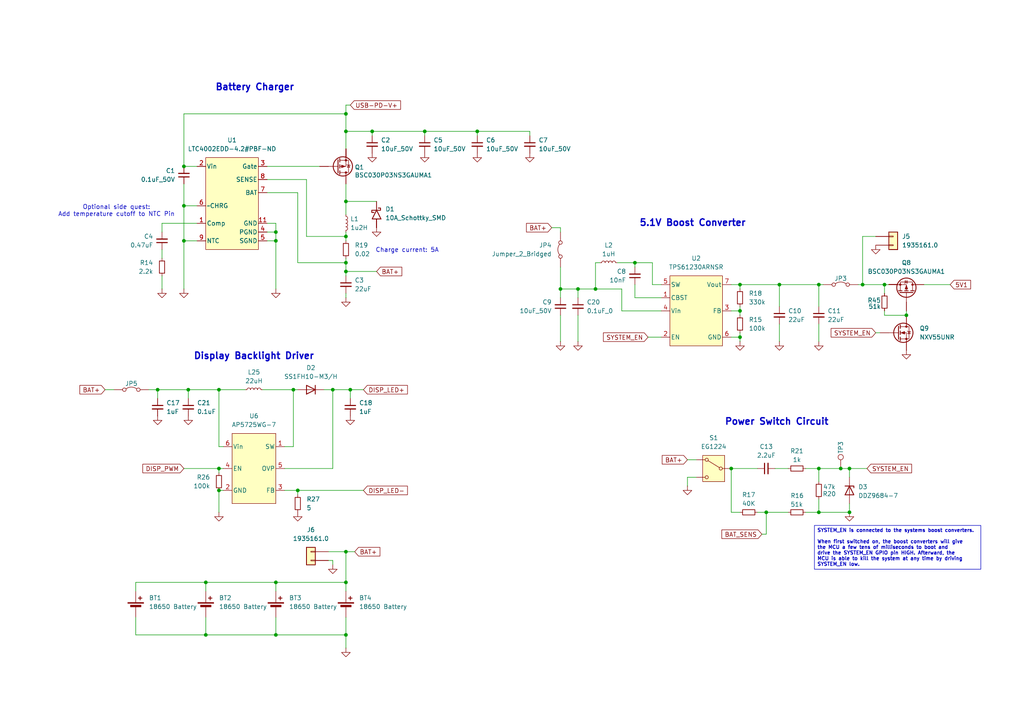
<source format=kicad_sch>
(kicad_sch
	(version 20231120)
	(generator "eeschema")
	(generator_version "8.0")
	(uuid "f77c346c-1bb2-4e8a-83cc-41a47fa819e9")
	(paper "A4")
	(title_block
		(rev "P1")
	)
	
	(junction
		(at 100.33 160.02)
		(diameter 0)
		(color 0 0 0 0)
		(uuid "00d96f9f-250c-4c69-8591-d07defbec468")
	)
	(junction
		(at 243.84 135.89)
		(diameter 0)
		(color 0 0 0 0)
		(uuid "01fb1f2f-2f8c-4d49-b00c-f9f700c2f690")
	)
	(junction
		(at 162.56 83.82)
		(diameter 0)
		(color 0 0 0 0)
		(uuid "02e2439a-097a-4535-a5b7-849f9135552d")
	)
	(junction
		(at 246.38 135.89)
		(diameter 0)
		(color 0 0 0 0)
		(uuid "0b4f36ab-9906-4ef0-a3f2-f18e620f66f5")
	)
	(junction
		(at 100.33 78.74)
		(diameter 0)
		(color 0 0 0 0)
		(uuid "0ba8b213-5261-4858-8e16-cc3fcd31df51")
	)
	(junction
		(at 246.38 148.59)
		(diameter 0)
		(color 0 0 0 0)
		(uuid "14339706-7219-494f-98f7-43f64dd8c10e")
	)
	(junction
		(at 53.34 59.69)
		(diameter 0)
		(color 0 0 0 0)
		(uuid "173126db-ec3d-42d4-8cb0-5396a24e4f7b")
	)
	(junction
		(at 100.33 33.02)
		(diameter 0)
		(color 0 0 0 0)
		(uuid "18d9c685-face-43b1-a871-019173632bf1")
	)
	(junction
		(at 53.34 69.85)
		(diameter 0)
		(color 0 0 0 0)
		(uuid "1d7a49e9-ec99-4ecd-926f-0a260be1a4dc")
	)
	(junction
		(at 80.01 184.15)
		(diameter 0)
		(color 0 0 0 0)
		(uuid "2010359e-d670-4ebb-90c8-02957f1dc1e9")
	)
	(junction
		(at 63.5 135.89)
		(diameter 0)
		(color 0 0 0 0)
		(uuid "329bcb1b-52fd-4614-95fa-200addd34382")
	)
	(junction
		(at 237.49 82.55)
		(diameter 0)
		(color 0 0 0 0)
		(uuid "370ade97-8130-4b1a-bbbd-073011ef6189")
	)
	(junction
		(at 167.64 83.82)
		(diameter 0)
		(color 0 0 0 0)
		(uuid "391b55b3-0c18-4734-822f-23391288e4a0")
	)
	(junction
		(at 214.63 90.17)
		(diameter 0)
		(color 0 0 0 0)
		(uuid "3a2bb0b0-9b1e-4940-89ad-7b9df5108ec9")
	)
	(junction
		(at 45.72 113.03)
		(diameter 0)
		(color 0 0 0 0)
		(uuid "3a52537d-d957-49b6-8509-77e7e1b358a2")
	)
	(junction
		(at 123.19 38.1)
		(diameter 0)
		(color 0 0 0 0)
		(uuid "455171aa-cc2f-4991-accb-bb0f7913bbe8")
	)
	(junction
		(at 96.52 113.03)
		(diameter 0)
		(color 0 0 0 0)
		(uuid "4accabec-9cc2-4c79-bd4e-e956bec65b49")
	)
	(junction
		(at 107.95 38.1)
		(diameter 0)
		(color 0 0 0 0)
		(uuid "4b64839f-d656-4c10-b23d-73199199205f")
	)
	(junction
		(at 59.69 168.91)
		(diameter 0)
		(color 0 0 0 0)
		(uuid "4e589723-bee0-4da9-9e67-3eafa80f8f71")
	)
	(junction
		(at 80.01 67.31)
		(diameter 0)
		(color 0 0 0 0)
		(uuid "6a294534-457c-4af0-89fc-0145728b0a36")
	)
	(junction
		(at 214.63 82.55)
		(diameter 0)
		(color 0 0 0 0)
		(uuid "6a6b06af-444b-4b23-893a-ecc0102174cf")
	)
	(junction
		(at 53.34 48.26)
		(diameter 0)
		(color 0 0 0 0)
		(uuid "73fd7d6d-b9ca-43cf-b1fc-8248ffb2dd75")
	)
	(junction
		(at 212.09 135.89)
		(diameter 0)
		(color 0 0 0 0)
		(uuid "7812871b-1fe6-4c61-98e5-82744cfc6873")
	)
	(junction
		(at 80.01 69.85)
		(diameter 0)
		(color 0 0 0 0)
		(uuid "79053f7b-f36e-4584-9b7b-3f12245ec5bd")
	)
	(junction
		(at 100.33 68.58)
		(diameter 0)
		(color 0 0 0 0)
		(uuid "869d8468-a7f4-482b-8368-0b4697f6c041")
	)
	(junction
		(at 100.33 168.91)
		(diameter 0)
		(color 0 0 0 0)
		(uuid "8857fd5d-8cbd-4337-bc22-6e098f9952d7")
	)
	(junction
		(at 226.06 82.55)
		(diameter 0)
		(color 0 0 0 0)
		(uuid "8bbfea81-abbe-4ab0-86be-7db171d173bd")
	)
	(junction
		(at 250.19 82.55)
		(diameter 0)
		(color 0 0 0 0)
		(uuid "990cc831-be8c-46ed-92fc-e194d60c71c1")
	)
	(junction
		(at 100.33 58.42)
		(diameter 0)
		(color 0 0 0 0)
		(uuid "a6c10154-d16e-4454-a1f4-67d852543826")
	)
	(junction
		(at 100.33 38.1)
		(diameter 0)
		(color 0 0 0 0)
		(uuid "b273d448-47e6-4490-b9f8-cb5b6dc1e344")
	)
	(junction
		(at 63.5 113.03)
		(diameter 0)
		(color 0 0 0 0)
		(uuid "b359b9a8-99ed-40a2-90dd-a3f53b24c53c")
	)
	(junction
		(at 222.25 148.59)
		(diameter 0)
		(color 0 0 0 0)
		(uuid "b8348d81-7c0f-4386-8698-c4cc4738fe51")
	)
	(junction
		(at 59.69 184.15)
		(diameter 0)
		(color 0 0 0 0)
		(uuid "b8eba517-2b1c-445f-815b-73d8f244b645")
	)
	(junction
		(at 85.09 113.03)
		(diameter 0)
		(color 0 0 0 0)
		(uuid "b9037814-f955-4d8e-a517-d13b483f4c1a")
	)
	(junction
		(at 214.63 97.79)
		(diameter 0)
		(color 0 0 0 0)
		(uuid "be1112fd-e203-4dbc-8be8-1f402c8d13ed")
	)
	(junction
		(at 138.43 38.1)
		(diameter 0)
		(color 0 0 0 0)
		(uuid "c42d65e0-9ea9-43a4-a292-05f2c5ccb860")
	)
	(junction
		(at 237.49 135.89)
		(diameter 0)
		(color 0 0 0 0)
		(uuid "c5915d23-2adb-46ba-8c6b-747ab1c81c7e")
	)
	(junction
		(at 80.01 168.91)
		(diameter 0)
		(color 0 0 0 0)
		(uuid "ce49e683-78ca-4df7-bd79-ba44374ef276")
	)
	(junction
		(at 100.33 76.2)
		(diameter 0)
		(color 0 0 0 0)
		(uuid "cfbca921-f474-480e-8257-8d048133fc08")
	)
	(junction
		(at 256.54 82.55)
		(diameter 0)
		(color 0 0 0 0)
		(uuid "d96573dd-27e3-42bc-a109-3f5900802cf2")
	)
	(junction
		(at 262.89 91.44)
		(diameter 0)
		(color 0 0 0 0)
		(uuid "db5a78e3-1f52-46d4-8f0a-949583761482")
	)
	(junction
		(at 237.49 148.59)
		(diameter 0)
		(color 0 0 0 0)
		(uuid "dcace237-d778-44bf-9d8b-bfad19b167bb")
	)
	(junction
		(at 54.61 113.03)
		(diameter 0)
		(color 0 0 0 0)
		(uuid "e0f4b744-d68e-4e7b-afe4-0de0a9d39844")
	)
	(junction
		(at 101.6 113.03)
		(diameter 0)
		(color 0 0 0 0)
		(uuid "e140defc-e5f5-48d0-8b7f-5bce59d2bbea")
	)
	(junction
		(at 172.72 83.82)
		(diameter 0)
		(color 0 0 0 0)
		(uuid "ed0d6367-7640-446d-b36f-4c2f6c4453da")
	)
	(junction
		(at 100.33 184.15)
		(diameter 0)
		(color 0 0 0 0)
		(uuid "ed9b5502-6f0b-4751-914b-20e39188acdf")
	)
	(junction
		(at 184.15 76.2)
		(diameter 0)
		(color 0 0 0 0)
		(uuid "f29086b7-fb6e-4792-b3d5-a24f908d33ca")
	)
	(junction
		(at 86.36 142.24)
		(diameter 0)
		(color 0 0 0 0)
		(uuid "f2c82c41-ca88-4847-8f7d-a9abbd376ccd")
	)
	(junction
		(at 63.5 142.24)
		(diameter 0)
		(color 0 0 0 0)
		(uuid "f3d28c8a-8ecb-45a7-8861-d12b54c8af56")
	)
	(wire
		(pts
			(xy 201.93 138.43) (xy 199.39 138.43)
		)
		(stroke
			(width 0)
			(type default)
		)
		(uuid "00f6b25f-ac31-4a8e-b366-6256ef9257e9")
	)
	(wire
		(pts
			(xy 184.15 82.55) (xy 184.15 86.36)
		)
		(stroke
			(width 0)
			(type default)
		)
		(uuid "0140d6c2-8029-44d1-b57c-265cc47962c4")
	)
	(wire
		(pts
			(xy 80.01 168.91) (xy 100.33 168.91)
		)
		(stroke
			(width 0)
			(type default)
		)
		(uuid "03a3f6e6-6773-450e-be71-c58b0df623ba")
	)
	(wire
		(pts
			(xy 54.61 113.03) (xy 54.61 115.57)
		)
		(stroke
			(width 0)
			(type default)
		)
		(uuid "04214015-f760-468f-9f21-1fa7996babe7")
	)
	(wire
		(pts
			(xy 262.89 91.44) (xy 262.89 90.17)
		)
		(stroke
			(width 0)
			(type default)
		)
		(uuid "05f5b2e7-8a61-432c-88fb-5ef35efa5aaa")
	)
	(wire
		(pts
			(xy 109.22 58.42) (xy 100.33 58.42)
		)
		(stroke
			(width 0)
			(type default)
		)
		(uuid "06d2a1d6-1096-4489-b626-a641206a4746")
	)
	(wire
		(pts
			(xy 233.68 135.89) (xy 237.49 135.89)
		)
		(stroke
			(width 0)
			(type default)
		)
		(uuid "09c5746d-327c-43b7-9918-5a442ceff2cb")
	)
	(wire
		(pts
			(xy 226.06 93.98) (xy 226.06 99.06)
		)
		(stroke
			(width 0)
			(type default)
		)
		(uuid "0c7c63fb-3f5a-48ba-9dde-abfca9a3c54c")
	)
	(wire
		(pts
			(xy 246.38 135.89) (xy 251.46 135.89)
		)
		(stroke
			(width 0)
			(type default)
		)
		(uuid "0d7e33d4-85dd-4dd8-89d4-e8f42df455cb")
	)
	(wire
		(pts
			(xy 39.37 184.15) (xy 59.69 184.15)
		)
		(stroke
			(width 0)
			(type default)
		)
		(uuid "0e649187-6c29-4203-80dc-0cab4a5b4ab2")
	)
	(wire
		(pts
			(xy 212.09 135.89) (xy 212.09 148.59)
		)
		(stroke
			(width 0)
			(type default)
		)
		(uuid "11acc94a-f439-467b-a629-f28167b66ecc")
	)
	(wire
		(pts
			(xy 201.93 133.35) (xy 199.39 133.35)
		)
		(stroke
			(width 0)
			(type default)
		)
		(uuid "12739189-a25e-4225-98b7-10a8490d1f16")
	)
	(wire
		(pts
			(xy 88.9 52.07) (xy 88.9 68.58)
		)
		(stroke
			(width 0)
			(type default)
		)
		(uuid "155d13c6-81bc-40b9-a798-19723f5c6c87")
	)
	(wire
		(pts
			(xy 107.95 38.1) (xy 100.33 38.1)
		)
		(stroke
			(width 0)
			(type default)
		)
		(uuid "17882f0b-90fc-46a9-8ba5-3252131f8af0")
	)
	(wire
		(pts
			(xy 77.47 69.85) (xy 80.01 69.85)
		)
		(stroke
			(width 0)
			(type default)
		)
		(uuid "19387f7d-3289-424d-a53c-16af2d53647f")
	)
	(wire
		(pts
			(xy 180.34 90.17) (xy 191.77 90.17)
		)
		(stroke
			(width 0)
			(type default)
		)
		(uuid "19c2e985-ae3a-4cc4-8b07-ca94e122a6dd")
	)
	(wire
		(pts
			(xy 30.48 113.03) (xy 33.02 113.03)
		)
		(stroke
			(width 0)
			(type default)
		)
		(uuid "1afd1b65-68d4-480d-8232-5879acc1ba4d")
	)
	(wire
		(pts
			(xy 250.19 68.58) (xy 254 68.58)
		)
		(stroke
			(width 0)
			(type default)
		)
		(uuid "1e42810d-9c72-4b61-8d64-ebb8317d8cc5")
	)
	(wire
		(pts
			(xy 77.47 67.31) (xy 80.01 67.31)
		)
		(stroke
			(width 0)
			(type default)
		)
		(uuid "1fa1b830-943b-4610-8fce-eca684bf3daa")
	)
	(wire
		(pts
			(xy 162.56 83.82) (xy 167.64 83.82)
		)
		(stroke
			(width 0)
			(type default)
		)
		(uuid "1fbf995d-42ed-4abd-bbe5-af5148e8df6e")
	)
	(wire
		(pts
			(xy 212.09 90.17) (xy 214.63 90.17)
		)
		(stroke
			(width 0)
			(type default)
		)
		(uuid "22d0b538-be18-4285-86cc-5c70c0ee5adb")
	)
	(wire
		(pts
			(xy 100.33 33.02) (xy 100.33 38.1)
		)
		(stroke
			(width 0)
			(type default)
		)
		(uuid "22e6ede3-10d2-407b-b167-7e1924e0d959")
	)
	(wire
		(pts
			(xy 39.37 168.91) (xy 59.69 168.91)
		)
		(stroke
			(width 0)
			(type default)
		)
		(uuid "23d59a20-96f4-4754-a310-7ec7a57ff414")
	)
	(wire
		(pts
			(xy 100.33 184.15) (xy 100.33 179.07)
		)
		(stroke
			(width 0)
			(type default)
		)
		(uuid "250a9461-2c06-4744-a22c-b39b6968a3ba")
	)
	(wire
		(pts
			(xy 100.33 68.58) (xy 100.33 69.85)
		)
		(stroke
			(width 0)
			(type default)
		)
		(uuid "27e19eee-4ec4-43ff-a8b1-c60a9d6af47a")
	)
	(wire
		(pts
			(xy 63.5 137.16) (xy 63.5 135.89)
		)
		(stroke
			(width 0)
			(type default)
		)
		(uuid "29a31292-177c-40f8-8542-f02d1c74bcd7")
	)
	(wire
		(pts
			(xy 107.95 38.1) (xy 123.19 38.1)
		)
		(stroke
			(width 0)
			(type default)
		)
		(uuid "29e38fe4-fe37-461b-80e1-c4d6a7928b76")
	)
	(wire
		(pts
			(xy 46.99 72.39) (xy 46.99 74.93)
		)
		(stroke
			(width 0)
			(type default)
		)
		(uuid "2c268a3d-bac7-4888-8fdd-035633abdd5b")
	)
	(wire
		(pts
			(xy 256.54 91.44) (xy 262.89 91.44)
		)
		(stroke
			(width 0)
			(type default)
		)
		(uuid "2c891373-585c-4d8b-9b39-d236feaca980")
	)
	(wire
		(pts
			(xy 77.47 48.26) (xy 92.71 48.26)
		)
		(stroke
			(width 0)
			(type default)
		)
		(uuid "2cc5dfda-5f07-46a3-b386-1e4042bd8f4d")
	)
	(wire
		(pts
			(xy 100.33 38.1) (xy 100.33 43.18)
		)
		(stroke
			(width 0)
			(type default)
		)
		(uuid "2ce63b5c-513c-41de-b196-7a788dbe99c0")
	)
	(wire
		(pts
			(xy 256.54 82.55) (xy 256.54 85.09)
		)
		(stroke
			(width 0)
			(type default)
		)
		(uuid "2e1d618b-6de1-48f5-a075-38e515c458b9")
	)
	(wire
		(pts
			(xy 39.37 168.91) (xy 39.37 171.45)
		)
		(stroke
			(width 0)
			(type default)
		)
		(uuid "30e39003-53ee-425c-a320-ee227686fcdb")
	)
	(wire
		(pts
			(xy 53.34 33.02) (xy 100.33 33.02)
		)
		(stroke
			(width 0)
			(type default)
		)
		(uuid "334db7da-ab23-471f-88b5-d18e891955ee")
	)
	(wire
		(pts
			(xy 100.33 187.96) (xy 100.33 184.15)
		)
		(stroke
			(width 0)
			(type default)
		)
		(uuid "34518adf-3666-4abe-9b07-ce98e12c348e")
	)
	(wire
		(pts
			(xy 246.38 146.05) (xy 246.38 148.59)
		)
		(stroke
			(width 0)
			(type default)
		)
		(uuid "36a54c67-bcfd-4a0a-9ed7-5ee419514e3b")
	)
	(wire
		(pts
			(xy 100.33 78.74) (xy 100.33 80.01)
		)
		(stroke
			(width 0)
			(type default)
		)
		(uuid "36e30d17-d8b3-4ffb-b53d-593d22c39e30")
	)
	(wire
		(pts
			(xy 214.63 82.55) (xy 214.63 83.82)
		)
		(stroke
			(width 0)
			(type default)
		)
		(uuid "392ded54-9f57-4c54-9880-eb48e0da60ef")
	)
	(wire
		(pts
			(xy 180.34 83.82) (xy 180.34 90.17)
		)
		(stroke
			(width 0)
			(type default)
		)
		(uuid "3d3c27fa-afb7-47a2-8011-cc287a6674ca")
	)
	(wire
		(pts
			(xy 100.33 168.91) (xy 100.33 171.45)
		)
		(stroke
			(width 0)
			(type default)
		)
		(uuid "413b4512-b69f-4fcd-a794-15b6d0efa96d")
	)
	(wire
		(pts
			(xy 46.99 64.77) (xy 46.99 67.31)
		)
		(stroke
			(width 0)
			(type default)
		)
		(uuid "422d2e4c-b38c-4030-b694-bf5964ec245c")
	)
	(wire
		(pts
			(xy 243.84 135.89) (xy 246.38 135.89)
		)
		(stroke
			(width 0)
			(type default)
		)
		(uuid "46b7c507-4dc0-44a8-9d68-6efcfec0a09d")
	)
	(wire
		(pts
			(xy 237.49 93.98) (xy 237.49 99.06)
		)
		(stroke
			(width 0)
			(type default)
		)
		(uuid "48ed4b00-acea-4911-a166-e26b00ae01f5")
	)
	(wire
		(pts
			(xy 88.9 68.58) (xy 100.33 68.58)
		)
		(stroke
			(width 0)
			(type default)
		)
		(uuid "48ffdce2-6877-4988-8daf-9c6859778250")
	)
	(wire
		(pts
			(xy 96.52 135.89) (xy 96.52 113.03)
		)
		(stroke
			(width 0)
			(type default)
		)
		(uuid "496bf2a6-6163-4cca-a033-727c59564c9d")
	)
	(wire
		(pts
			(xy 77.47 64.77) (xy 80.01 64.77)
		)
		(stroke
			(width 0)
			(type default)
		)
		(uuid "4fc84fa2-2013-45d3-b656-c09290d30a04")
	)
	(wire
		(pts
			(xy 256.54 82.55) (xy 257.81 82.55)
		)
		(stroke
			(width 0)
			(type default)
		)
		(uuid "5007edcc-f285-4a22-8fdb-bcda8f8055de")
	)
	(wire
		(pts
			(xy 167.64 83.82) (xy 167.64 86.36)
		)
		(stroke
			(width 0)
			(type default)
		)
		(uuid "5068d9e1-2e68-4c74-90b6-0c11177e720b")
	)
	(wire
		(pts
			(xy 189.23 82.55) (xy 191.77 82.55)
		)
		(stroke
			(width 0)
			(type default)
		)
		(uuid "533de894-b1b2-4a74-a673-d4ae63733888")
	)
	(wire
		(pts
			(xy 100.33 78.74) (xy 109.22 78.74)
		)
		(stroke
			(width 0)
			(type default)
		)
		(uuid "5469ea4e-b0f5-42a0-9ad5-4bde69f52f3f")
	)
	(wire
		(pts
			(xy 237.49 144.78) (xy 237.49 148.59)
		)
		(stroke
			(width 0)
			(type default)
		)
		(uuid "577997d2-1ed2-481c-9030-cd4e347177be")
	)
	(wire
		(pts
			(xy 53.34 48.26) (xy 53.34 33.02)
		)
		(stroke
			(width 0)
			(type default)
		)
		(uuid "588d8aa4-a085-461e-9e4c-72212aba7836")
	)
	(wire
		(pts
			(xy 179.07 76.2) (xy 184.15 76.2)
		)
		(stroke
			(width 0)
			(type default)
		)
		(uuid "5c70fc83-c937-408b-a69d-bb1c26a0ab39")
	)
	(wire
		(pts
			(xy 57.15 69.85) (xy 53.34 69.85)
		)
		(stroke
			(width 0)
			(type default)
		)
		(uuid "5e16554a-5252-409c-9bc8-e4a228f31111")
	)
	(wire
		(pts
			(xy 95.25 162.56) (xy 96.52 162.56)
		)
		(stroke
			(width 0)
			(type default)
		)
		(uuid "5f279e92-15d8-4755-a393-76899eeb3603")
	)
	(wire
		(pts
			(xy 57.15 64.77) (xy 46.99 64.77)
		)
		(stroke
			(width 0)
			(type default)
		)
		(uuid "649b0aa0-f468-4eeb-9d83-b9ef85a98366")
	)
	(wire
		(pts
			(xy 82.55 142.24) (xy 86.36 142.24)
		)
		(stroke
			(width 0)
			(type default)
		)
		(uuid "6607c2da-d1fe-44ce-91c7-8d5541a848aa")
	)
	(wire
		(pts
			(xy 95.25 160.02) (xy 100.33 160.02)
		)
		(stroke
			(width 0)
			(type default)
		)
		(uuid "67738ed9-85a1-4b7c-adcf-eb5bf1e900ce")
	)
	(wire
		(pts
			(xy 63.5 148.59) (xy 63.5 142.24)
		)
		(stroke
			(width 0)
			(type default)
		)
		(uuid "68e6eb32-39fd-493c-8ac4-6d28e294b3cb")
	)
	(wire
		(pts
			(xy 77.47 55.88) (xy 86.36 55.88)
		)
		(stroke
			(width 0)
			(type default)
		)
		(uuid "6a7a4bec-a02f-4cbe-be9d-dbcaef0fdf59")
	)
	(wire
		(pts
			(xy 63.5 142.24) (xy 64.77 142.24)
		)
		(stroke
			(width 0)
			(type default)
		)
		(uuid "6b6ee6cb-f60a-4a35-8d91-61e3f3248813")
	)
	(wire
		(pts
			(xy 53.34 69.85) (xy 53.34 83.82)
		)
		(stroke
			(width 0)
			(type default)
		)
		(uuid "6b9df8e4-b404-4bec-8ccb-81c5b5817e31")
	)
	(wire
		(pts
			(xy 246.38 135.89) (xy 246.38 138.43)
		)
		(stroke
			(width 0)
			(type default)
		)
		(uuid "6be3c233-bd61-4677-8f2f-8498cc14d049")
	)
	(wire
		(pts
			(xy 199.39 138.43) (xy 199.39 140.97)
		)
		(stroke
			(width 0)
			(type default)
		)
		(uuid "6cce1de7-ac3a-40d9-b5c4-2211a56fcc66")
	)
	(wire
		(pts
			(xy 226.06 82.55) (xy 226.06 88.9)
		)
		(stroke
			(width 0)
			(type default)
		)
		(uuid "6ea764bb-e7a7-4703-899b-6e4a7605789e")
	)
	(wire
		(pts
			(xy 63.5 113.03) (xy 71.12 113.03)
		)
		(stroke
			(width 0)
			(type default)
		)
		(uuid "706b94b8-921c-418d-8b5c-211f20a2b7e0")
	)
	(wire
		(pts
			(xy 43.18 113.03) (xy 45.72 113.03)
		)
		(stroke
			(width 0)
			(type default)
		)
		(uuid "7106300f-dd66-471a-bf02-97edfcf8b409")
	)
	(wire
		(pts
			(xy 45.72 113.03) (xy 45.72 115.57)
		)
		(stroke
			(width 0)
			(type default)
		)
		(uuid "722a7b3f-73e0-477a-8875-0bbfad4dcef3")
	)
	(wire
		(pts
			(xy 101.6 113.03) (xy 105.41 113.03)
		)
		(stroke
			(width 0)
			(type default)
		)
		(uuid "7553e05c-69b5-4c57-942e-9527c0ae2379")
	)
	(wire
		(pts
			(xy 45.72 113.03) (xy 54.61 113.03)
		)
		(stroke
			(width 0)
			(type default)
		)
		(uuid "76d72230-55e5-47e4-b70f-b6d44861aa5b")
	)
	(wire
		(pts
			(xy 100.33 58.42) (xy 100.33 62.23)
		)
		(stroke
			(width 0)
			(type default)
		)
		(uuid "771d9a05-303d-4c5c-b8d1-950d02043ba4")
	)
	(wire
		(pts
			(xy 54.61 113.03) (xy 63.5 113.03)
		)
		(stroke
			(width 0)
			(type default)
		)
		(uuid "77d4ad15-85ff-4d96-b74d-db9fff4e9ea0")
	)
	(wire
		(pts
			(xy 214.63 96.52) (xy 214.63 97.79)
		)
		(stroke
			(width 0)
			(type default)
		)
		(uuid "7810b77a-b871-4c96-b2c9-b64b1f261384")
	)
	(wire
		(pts
			(xy 101.6 115.57) (xy 101.6 113.03)
		)
		(stroke
			(width 0)
			(type default)
		)
		(uuid "7c832cfb-022b-40d3-88f7-431c42fae210")
	)
	(wire
		(pts
			(xy 187.96 97.79) (xy 191.77 97.79)
		)
		(stroke
			(width 0)
			(type default)
		)
		(uuid "7c91f721-68b1-4fbe-af16-076c674dfed8")
	)
	(wire
		(pts
			(xy 214.63 90.17) (xy 214.63 91.44)
		)
		(stroke
			(width 0)
			(type default)
		)
		(uuid "7e68343e-29d5-469c-a483-84b53f6330fc")
	)
	(wire
		(pts
			(xy 189.23 76.2) (xy 189.23 82.55)
		)
		(stroke
			(width 0)
			(type default)
		)
		(uuid "81bc609f-fe1e-4133-bbc3-b987517b787a")
	)
	(wire
		(pts
			(xy 59.69 168.91) (xy 80.01 168.91)
		)
		(stroke
			(width 0)
			(type default)
		)
		(uuid "827aae17-7177-4695-bd50-74e42b7dec20")
	)
	(wire
		(pts
			(xy 167.64 91.44) (xy 167.64 99.06)
		)
		(stroke
			(width 0)
			(type default)
		)
		(uuid "839a6211-2824-4554-8c0d-7ffac4bc3aed")
	)
	(wire
		(pts
			(xy 153.67 38.1) (xy 153.67 39.37)
		)
		(stroke
			(width 0)
			(type default)
		)
		(uuid "86260e01-e3b0-4504-a175-a39474070979")
	)
	(wire
		(pts
			(xy 212.09 82.55) (xy 214.63 82.55)
		)
		(stroke
			(width 0)
			(type default)
		)
		(uuid "89e4af65-36a2-4219-8596-823d6838dc03")
	)
	(wire
		(pts
			(xy 237.49 148.59) (xy 246.38 148.59)
		)
		(stroke
			(width 0)
			(type default)
		)
		(uuid "8bda6401-f7b0-4bdf-baf1-6a698fece784")
	)
	(wire
		(pts
			(xy 86.36 142.24) (xy 86.36 143.51)
		)
		(stroke
			(width 0)
			(type default)
		)
		(uuid "8c222114-5778-4a75-ba10-b3ebf0475c46")
	)
	(wire
		(pts
			(xy 224.79 135.89) (xy 228.6 135.89)
		)
		(stroke
			(width 0)
			(type default)
		)
		(uuid "8c2d3e59-5afa-426c-b06c-1da6b8d1afc8")
	)
	(wire
		(pts
			(xy 250.19 82.55) (xy 256.54 82.55)
		)
		(stroke
			(width 0)
			(type default)
		)
		(uuid "8cc9e32f-7f02-4f6a-945a-8871fd644ba3")
	)
	(wire
		(pts
			(xy 63.5 135.89) (xy 64.77 135.89)
		)
		(stroke
			(width 0)
			(type default)
		)
		(uuid "8d4c4465-69a6-4670-b795-f64854987754")
	)
	(wire
		(pts
			(xy 184.15 76.2) (xy 184.15 77.47)
		)
		(stroke
			(width 0)
			(type default)
		)
		(uuid "8dcf37d3-41e0-44c4-8a22-41605056cf38")
	)
	(wire
		(pts
			(xy 63.5 113.03) (xy 63.5 129.54)
		)
		(stroke
			(width 0)
			(type default)
		)
		(uuid "8eaa9f48-d743-4bff-a574-4ab65c456719")
	)
	(wire
		(pts
			(xy 96.52 162.56) (xy 96.52 163.83)
		)
		(stroke
			(width 0)
			(type default)
		)
		(uuid "9068c3bc-cf72-4fb5-8ad3-c2e1abd566e7")
	)
	(wire
		(pts
			(xy 100.33 85.09) (xy 100.33 86.36)
		)
		(stroke
			(width 0)
			(type default)
		)
		(uuid "914bf7a1-137e-4ccb-9303-5ebd19375443")
	)
	(wire
		(pts
			(xy 102.87 160.02) (xy 100.33 160.02)
		)
		(stroke
			(width 0)
			(type default)
		)
		(uuid "92cb5c37-68d0-44aa-a0ac-a2b862f27f55")
	)
	(wire
		(pts
			(xy 237.49 82.55) (xy 238.76 82.55)
		)
		(stroke
			(width 0)
			(type default)
		)
		(uuid "9446978f-7537-47b2-b03b-bf904a9cc12b")
	)
	(wire
		(pts
			(xy 212.09 148.59) (xy 214.63 148.59)
		)
		(stroke
			(width 0)
			(type default)
		)
		(uuid "94899605-078d-4459-beb7-33da4c6f61b7")
	)
	(wire
		(pts
			(xy 100.33 160.02) (xy 100.33 168.91)
		)
		(stroke
			(width 0)
			(type default)
		)
		(uuid "951b69a0-acd9-4a4a-8136-3d3707fdf014")
	)
	(wire
		(pts
			(xy 160.02 66.04) (xy 162.56 66.04)
		)
		(stroke
			(width 0)
			(type default)
		)
		(uuid "9565d392-8b91-4b3b-92b6-aa71595dbee7")
	)
	(wire
		(pts
			(xy 214.63 90.17) (xy 214.63 88.9)
		)
		(stroke
			(width 0)
			(type default)
		)
		(uuid "959cc860-bcd2-446c-8593-435f6c1e92b9")
	)
	(wire
		(pts
			(xy 214.63 99.06) (xy 214.63 97.79)
		)
		(stroke
			(width 0)
			(type default)
		)
		(uuid "95ec956b-e751-4f3c-9cd3-6b0d5f49cfbc")
	)
	(wire
		(pts
			(xy 222.25 154.94) (xy 222.25 148.59)
		)
		(stroke
			(width 0)
			(type default)
		)
		(uuid "9671afb3-4225-4498-8f90-7f803f6dd529")
	)
	(wire
		(pts
			(xy 57.15 59.69) (xy 53.34 59.69)
		)
		(stroke
			(width 0)
			(type default)
		)
		(uuid "967549a3-d11a-4827-8688-aab70e69add9")
	)
	(wire
		(pts
			(xy 100.33 67.31) (xy 100.33 68.58)
		)
		(stroke
			(width 0)
			(type default)
		)
		(uuid "97d0ce32-29cf-46a2-81f8-ae018587f8e4")
	)
	(wire
		(pts
			(xy 162.56 77.47) (xy 162.56 83.82)
		)
		(stroke
			(width 0)
			(type default)
		)
		(uuid "9aa577d3-558a-41f2-95df-eb375ff97205")
	)
	(wire
		(pts
			(xy 172.72 83.82) (xy 180.34 83.82)
		)
		(stroke
			(width 0)
			(type default)
		)
		(uuid "9e1aa100-3168-47eb-9286-bedf4c1a3bf0")
	)
	(wire
		(pts
			(xy 80.01 184.15) (xy 80.01 179.07)
		)
		(stroke
			(width 0)
			(type default)
		)
		(uuid "9e31531d-431e-425f-b264-b774d906802f")
	)
	(wire
		(pts
			(xy 96.52 113.03) (xy 93.98 113.03)
		)
		(stroke
			(width 0)
			(type default)
		)
		(uuid "a31bd392-9735-46ba-b427-d65736665d4c")
	)
	(wire
		(pts
			(xy 77.47 52.07) (xy 88.9 52.07)
		)
		(stroke
			(width 0)
			(type default)
		)
		(uuid "a36ba5a6-c5b5-4b6c-a11c-27a46e62a874")
	)
	(wire
		(pts
			(xy 214.63 97.79) (xy 212.09 97.79)
		)
		(stroke
			(width 0)
			(type default)
		)
		(uuid "a63d5707-69c8-4475-88e1-7647beb3073e")
	)
	(wire
		(pts
			(xy 80.01 67.31) (xy 80.01 69.85)
		)
		(stroke
			(width 0)
			(type default)
		)
		(uuid "a6a37457-5429-4322-8c55-fc9ca384ee75")
	)
	(wire
		(pts
			(xy 85.09 113.03) (xy 85.09 129.54)
		)
		(stroke
			(width 0)
			(type default)
		)
		(uuid "a81b05f0-3e32-4672-b265-5cca84cb628b")
	)
	(wire
		(pts
			(xy 237.49 135.89) (xy 237.49 139.7)
		)
		(stroke
			(width 0)
			(type default)
		)
		(uuid "a82cd624-6044-4665-ba4b-b3604b90c76b")
	)
	(wire
		(pts
			(xy 237.49 82.55) (xy 237.49 88.9)
		)
		(stroke
			(width 0)
			(type default)
		)
		(uuid "a8461b20-f623-4208-82c1-699cb24fd75d")
	)
	(wire
		(pts
			(xy 80.01 69.85) (xy 80.01 83.82)
		)
		(stroke
			(width 0)
			(type default)
		)
		(uuid "a9156385-e1fb-46ab-901b-e714da026635")
	)
	(wire
		(pts
			(xy 101.6 113.03) (xy 96.52 113.03)
		)
		(stroke
			(width 0)
			(type default)
		)
		(uuid "a95c24f2-344f-4538-9d50-7e3928db3797")
	)
	(wire
		(pts
			(xy 85.09 129.54) (xy 82.55 129.54)
		)
		(stroke
			(width 0)
			(type default)
		)
		(uuid "ab9e3568-35b5-4f0f-ae01-de9f3c285a59")
	)
	(wire
		(pts
			(xy 86.36 76.2) (xy 100.33 76.2)
		)
		(stroke
			(width 0)
			(type default)
		)
		(uuid "adc4762f-8c89-42b4-ba50-307840f6cf37")
	)
	(wire
		(pts
			(xy 46.99 80.01) (xy 46.99 83.82)
		)
		(stroke
			(width 0)
			(type default)
		)
		(uuid "ae1647fb-6920-4950-85af-61b59770760f")
	)
	(wire
		(pts
			(xy 233.68 148.59) (xy 237.49 148.59)
		)
		(stroke
			(width 0)
			(type default)
		)
		(uuid "b08965e4-2e54-4948-af96-7acfa68c1c18")
	)
	(wire
		(pts
			(xy 53.34 59.69) (xy 53.34 69.85)
		)
		(stroke
			(width 0)
			(type default)
		)
		(uuid "b1027a42-65c7-40d6-863b-1e49269ee875")
	)
	(wire
		(pts
			(xy 162.56 66.04) (xy 162.56 67.31)
		)
		(stroke
			(width 0)
			(type default)
		)
		(uuid "b368534f-72d3-4c6b-a6e1-8e1f2b22c9fe")
	)
	(wire
		(pts
			(xy 167.64 83.82) (xy 172.72 83.82)
		)
		(stroke
			(width 0)
			(type default)
		)
		(uuid "b378f676-31bc-41c7-a97c-674c9b7f2c3c")
	)
	(wire
		(pts
			(xy 162.56 83.82) (xy 162.56 86.36)
		)
		(stroke
			(width 0)
			(type default)
		)
		(uuid "b3ecbd59-fb81-4e40-947d-aa98fdca097b")
	)
	(wire
		(pts
			(xy 100.33 30.48) (xy 100.33 33.02)
		)
		(stroke
			(width 0)
			(type default)
		)
		(uuid "b4228d91-cbe2-4d06-bd57-bdea54154e09")
	)
	(wire
		(pts
			(xy 214.63 82.55) (xy 226.06 82.55)
		)
		(stroke
			(width 0)
			(type default)
		)
		(uuid "b92253d6-2351-4199-a9fa-e031448e5a01")
	)
	(wire
		(pts
			(xy 248.92 82.55) (xy 250.19 82.55)
		)
		(stroke
			(width 0)
			(type default)
		)
		(uuid "bf6d981d-c3f7-43e8-a70d-9e206d7ff9d1")
	)
	(wire
		(pts
			(xy 256.54 90.17) (xy 256.54 91.44)
		)
		(stroke
			(width 0)
			(type default)
		)
		(uuid "c083d4f7-0e68-40e3-aeee-7e485dc028a7")
	)
	(wire
		(pts
			(xy 123.19 38.1) (xy 138.43 38.1)
		)
		(stroke
			(width 0)
			(type default)
		)
		(uuid "c2b08dae-8576-4341-be7a-226bb85671c8")
	)
	(wire
		(pts
			(xy 172.72 76.2) (xy 172.72 83.82)
		)
		(stroke
			(width 0)
			(type default)
		)
		(uuid "c4f35ffa-5bf2-4f66-9c05-fda0507abc46")
	)
	(wire
		(pts
			(xy 100.33 74.93) (xy 100.33 76.2)
		)
		(stroke
			(width 0)
			(type default)
		)
		(uuid "c6a8b368-4af5-4392-a4a8-776163b4dd63")
	)
	(wire
		(pts
			(xy 82.55 135.89) (xy 96.52 135.89)
		)
		(stroke
			(width 0)
			(type default)
		)
		(uuid "cb1f9b35-6cdc-4866-9007-6803a1ff5488")
	)
	(wire
		(pts
			(xy 63.5 129.54) (xy 64.77 129.54)
		)
		(stroke
			(width 0)
			(type default)
		)
		(uuid "cc87822c-a5ff-4386-b71b-e74e0b3aaa39")
	)
	(wire
		(pts
			(xy 237.49 135.89) (xy 243.84 135.89)
		)
		(stroke
			(width 0)
			(type default)
		)
		(uuid "ccf5268b-82db-4a84-a798-e7e6271e0306")
	)
	(wire
		(pts
			(xy 162.56 91.44) (xy 162.56 99.06)
		)
		(stroke
			(width 0)
			(type default)
		)
		(uuid "ce42fe4f-1547-406d-812d-eca6309a7f21")
	)
	(wire
		(pts
			(xy 226.06 82.55) (xy 237.49 82.55)
		)
		(stroke
			(width 0)
			(type default)
		)
		(uuid "cfa3eada-2709-4ada-a80a-744acfb7685c")
	)
	(wire
		(pts
			(xy 100.33 58.42) (xy 100.33 53.34)
		)
		(stroke
			(width 0)
			(type default)
		)
		(uuid "d0e58d72-58af-4e45-a1ea-d7efb6a305ad")
	)
	(wire
		(pts
			(xy 53.34 135.89) (xy 63.5 135.89)
		)
		(stroke
			(width 0)
			(type default)
		)
		(uuid "d15d8b75-eb6d-4471-a04f-2ef4d3c44409")
	)
	(wire
		(pts
			(xy 53.34 53.34) (xy 53.34 59.69)
		)
		(stroke
			(width 0)
			(type default)
		)
		(uuid "d2b77360-57e1-4ca6-a8ef-71f13775454b")
	)
	(wire
		(pts
			(xy 123.19 38.1) (xy 123.19 39.37)
		)
		(stroke
			(width 0)
			(type default)
		)
		(uuid "d3364d09-380d-441e-87eb-8a35716656f2")
	)
	(wire
		(pts
			(xy 86.36 55.88) (xy 86.36 76.2)
		)
		(stroke
			(width 0)
			(type default)
		)
		(uuid "d8f47034-7155-4fbc-93e5-c95856d486c7")
	)
	(wire
		(pts
			(xy 222.25 148.59) (xy 228.6 148.59)
		)
		(stroke
			(width 0)
			(type default)
		)
		(uuid "d9bd86ac-11c5-4d9e-9154-40bbd226acf0")
	)
	(wire
		(pts
			(xy 222.25 154.94) (xy 220.98 154.94)
		)
		(stroke
			(width 0)
			(type default)
		)
		(uuid "db7e227c-4c94-41c9-8c07-0881397b7bd4")
	)
	(wire
		(pts
			(xy 53.34 48.26) (xy 57.15 48.26)
		)
		(stroke
			(width 0)
			(type default)
		)
		(uuid "dbad6f38-ecbe-4d0d-9e78-863a8beb2083")
	)
	(wire
		(pts
			(xy 184.15 86.36) (xy 191.77 86.36)
		)
		(stroke
			(width 0)
			(type default)
		)
		(uuid "dbaf4dd3-ea0d-4e8c-98c6-b330ce00c085")
	)
	(wire
		(pts
			(xy 86.36 142.24) (xy 105.41 142.24)
		)
		(stroke
			(width 0)
			(type default)
		)
		(uuid "dfbba54a-9e11-4eea-8b06-4ef52f8c1741")
	)
	(wire
		(pts
			(xy 100.33 30.48) (xy 101.6 30.48)
		)
		(stroke
			(width 0)
			(type default)
		)
		(uuid "e024270d-c76c-4010-89e6-fafd0dcba672")
	)
	(wire
		(pts
			(xy 254 96.52) (xy 255.27 96.52)
		)
		(stroke
			(width 0)
			(type default)
		)
		(uuid "e32bfdfd-6b8f-48eb-be0f-d66608962c60")
	)
	(wire
		(pts
			(xy 39.37 184.15) (xy 39.37 179.07)
		)
		(stroke
			(width 0)
			(type default)
		)
		(uuid "e6a67a57-6fb2-4a43-8f26-900dcc17c633")
	)
	(wire
		(pts
			(xy 59.69 184.15) (xy 80.01 184.15)
		)
		(stroke
			(width 0)
			(type default)
		)
		(uuid "eacc26ab-241c-479a-b54f-fc5fa17fb078")
	)
	(wire
		(pts
			(xy 184.15 76.2) (xy 189.23 76.2)
		)
		(stroke
			(width 0)
			(type default)
		)
		(uuid "ee8797d3-29f8-40a6-9496-0c95657eaf15")
	)
	(wire
		(pts
			(xy 267.97 82.55) (xy 275.59 82.55)
		)
		(stroke
			(width 0)
			(type default)
		)
		(uuid "eeb35967-fcb8-4bd8-99eb-41d76a5e1c92")
	)
	(wire
		(pts
			(xy 80.01 184.15) (xy 100.33 184.15)
		)
		(stroke
			(width 0)
			(type default)
		)
		(uuid "eece7eb6-e0f9-44f7-bc6e-cf24726a91d4")
	)
	(wire
		(pts
			(xy 59.69 168.91) (xy 59.69 171.45)
		)
		(stroke
			(width 0)
			(type default)
		)
		(uuid "f1910d0e-f391-4bf8-a389-6e02547ebd78")
	)
	(wire
		(pts
			(xy 138.43 38.1) (xy 138.43 39.37)
		)
		(stroke
			(width 0)
			(type default)
		)
		(uuid "f31156bb-9ce5-46c9-8732-f07cdfe7fc01")
	)
	(wire
		(pts
			(xy 212.09 135.89) (xy 219.71 135.89)
		)
		(stroke
			(width 0)
			(type default)
		)
		(uuid "f3e07805-921a-4d1e-87d3-067557fd3801")
	)
	(wire
		(pts
			(xy 76.2 113.03) (xy 85.09 113.03)
		)
		(stroke
			(width 0)
			(type default)
		)
		(uuid "f4c1e15f-eb31-470e-ac25-8a089fa4b916")
	)
	(wire
		(pts
			(xy 100.33 76.2) (xy 100.33 78.74)
		)
		(stroke
			(width 0)
			(type default)
		)
		(uuid "f62fd86f-09e1-4c89-923d-3204862a7e2d")
	)
	(wire
		(pts
			(xy 59.69 184.15) (xy 59.69 179.07)
		)
		(stroke
			(width 0)
			(type default)
		)
		(uuid "f76f17ca-679b-4f57-8448-ed8d6f1d3088")
	)
	(wire
		(pts
			(xy 85.09 113.03) (xy 86.36 113.03)
		)
		(stroke
			(width 0)
			(type default)
		)
		(uuid "f77f7e2d-2a79-4398-9c9d-7be72995341d")
	)
	(wire
		(pts
			(xy 172.72 76.2) (xy 173.99 76.2)
		)
		(stroke
			(width 0)
			(type default)
		)
		(uuid "f7920a69-c6c7-4bcf-bf36-27d7f1844fcf")
	)
	(wire
		(pts
			(xy 138.43 38.1) (xy 153.67 38.1)
		)
		(stroke
			(width 0)
			(type default)
		)
		(uuid "f79b0835-c2a4-4d7f-9835-1192f97bfc77")
	)
	(wire
		(pts
			(xy 80.01 64.77) (xy 80.01 67.31)
		)
		(stroke
			(width 0)
			(type default)
		)
		(uuid "fa8d7099-63c6-4611-bd31-2cc978d35c5b")
	)
	(wire
		(pts
			(xy 219.71 148.59) (xy 222.25 148.59)
		)
		(stroke
			(width 0)
			(type default)
		)
		(uuid "faeb5b21-6d46-4a59-939e-c718fa3e332e")
	)
	(wire
		(pts
			(xy 107.95 38.1) (xy 107.95 39.37)
		)
		(stroke
			(width 0)
			(type default)
		)
		(uuid "ff31bb66-439e-4f3c-bc4f-1fc93bfbc339")
	)
	(wire
		(pts
			(xy 250.19 68.58) (xy 250.19 82.55)
		)
		(stroke
			(width 0)
			(type default)
		)
		(uuid "ff64c021-1255-4185-9faa-9331c966f817")
	)
	(wire
		(pts
			(xy 80.01 168.91) (xy 80.01 171.45)
		)
		(stroke
			(width 0)
			(type default)
		)
		(uuid "ff66bd76-d1de-4ebb-8e38-3546617fba0d")
	)
	(text_box "SYSTEM_EN is connected to the systems boost converters.\n\nWhen first switched on, the boost converters will give\nthe MCU a few tens of milliseconds to boot and\ndrive the SYSTEM_EN GPIO pin HIGH. Afterward, the\nMCU is able to kill the system at any time by driving\nSYSTEM_EN low."
		(exclude_from_sim no)
		(at 236.22 152.4 0)
		(size 48.26 12.7)
		(stroke
			(width 0)
			(type default)
		)
		(fill
			(type none)
		)
		(effects
			(font
				(size 1.016 1.016)
				(bold yes)
			)
			(justify left top)
		)
		(uuid "026b7980-3d43-492a-ae27-ed8025e026f7")
	)
	(text "Battery Charger"
		(exclude_from_sim no)
		(at 73.914 25.4 0)
		(effects
			(font
				(size 1.905 1.905)
				(bold yes)
			)
		)
		(uuid "197a73fa-d82e-451e-9f40-92c1d2e75ea7")
	)
	(text "5.1V Boost Converter"
		(exclude_from_sim no)
		(at 200.914 64.77 0)
		(effects
			(font
				(size 1.905 1.905)
				(bold yes)
			)
		)
		(uuid "299b76f6-725a-4cd0-ae7a-b788373d828f")
	)
	(text "Optional side quest:\nAdd temperature cutoff to NTC Pin"
		(exclude_from_sim no)
		(at 33.782 61.214 0)
		(effects
			(font
				(size 1.27 1.27)
			)
		)
		(uuid "56f5689d-f18c-41b1-94f0-b993feadbc94")
	)
	(text "Charge current: 5A"
		(exclude_from_sim no)
		(at 118.11 72.644 0)
		(effects
			(font
				(size 1.27 1.27)
			)
		)
		(uuid "5dd22b32-c053-4f12-8ef8-c37ea21dd6e2")
	)
	(text "Power Switch Circuit"
		(exclude_from_sim no)
		(at 225.298 122.428 0)
		(effects
			(font
				(size 1.905 1.905)
				(bold yes)
			)
		)
		(uuid "c7cb1f98-5378-4df0-a7f0-d2d1f2c61414")
	)
	(text "Display Backlight Driver"
		(exclude_from_sim no)
		(at 73.66 103.378 0)
		(effects
			(font
				(size 1.905 1.905)
				(bold yes)
			)
		)
		(uuid "e0367c42-8301-4184-b72d-84877d1c4128")
	)
	(global_label "DISP_PWM"
		(shape input)
		(at 53.34 135.89 180)
		(fields_autoplaced yes)
		(effects
			(font
				(size 1.27 1.27)
			)
			(justify right)
		)
		(uuid "033a6077-6b88-4820-aab2-f86762d5593c")
		(property "Intersheetrefs" "${INTERSHEET_REFS}"
			(at 40.8601 135.89 0)
			(effects
				(font
					(size 1.27 1.27)
				)
				(justify right)
				(hide yes)
			)
		)
	)
	(global_label "SYSTEM_EN"
		(shape input)
		(at 187.96 97.79 180)
		(fields_autoplaced yes)
		(effects
			(font
				(size 1.27 1.27)
			)
			(justify right)
		)
		(uuid "0ca80831-94db-41fe-bd05-1b492946827d")
		(property "Intersheetrefs" "${INTERSHEET_REFS}"
			(at 174.4521 97.79 0)
			(effects
				(font
					(size 1.27 1.27)
				)
				(justify right)
				(hide yes)
			)
		)
	)
	(global_label "BAT+"
		(shape input)
		(at 30.48 113.03 180)
		(fields_autoplaced yes)
		(effects
			(font
				(size 1.27 1.27)
			)
			(justify right)
		)
		(uuid "1b48528f-59b7-452a-a192-0f8af51ccb13")
		(property "Intersheetrefs" "${INTERSHEET_REFS}"
			(at 22.5962 113.03 0)
			(effects
				(font
					(size 1.27 1.27)
				)
				(justify right)
				(hide yes)
			)
		)
	)
	(global_label "DISP_LED-"
		(shape input)
		(at 105.41 142.24 0)
		(fields_autoplaced yes)
		(effects
			(font
				(size 1.27 1.27)
			)
			(justify left)
		)
		(uuid "312dbe1d-4681-4307-babd-f87ab29718e5")
		(property "Intersheetrefs" "${INTERSHEET_REFS}"
			(at 118.7366 142.24 0)
			(effects
				(font
					(size 1.27 1.27)
				)
				(justify left)
				(hide yes)
			)
		)
	)
	(global_label "BAT+"
		(shape input)
		(at 160.02 66.04 180)
		(fields_autoplaced yes)
		(effects
			(font
				(size 1.27 1.27)
			)
			(justify right)
		)
		(uuid "3b93ed23-91e4-4892-aa8f-4148e23268dc")
		(property "Intersheetrefs" "${INTERSHEET_REFS}"
			(at 152.1362 66.04 0)
			(effects
				(font
					(size 1.27 1.27)
				)
				(justify right)
				(hide yes)
			)
		)
	)
	(global_label "DISP_LED+"
		(shape input)
		(at 105.41 113.03 0)
		(fields_autoplaced yes)
		(effects
			(font
				(size 1.27 1.27)
			)
			(justify left)
		)
		(uuid "4b8bb163-5b5b-4a25-8a46-b48ec710d1ff")
		(property "Intersheetrefs" "${INTERSHEET_REFS}"
			(at 118.7366 113.03 0)
			(effects
				(font
					(size 1.27 1.27)
				)
				(justify left)
				(hide yes)
			)
		)
	)
	(global_label "SYSTEM_EN"
		(shape input)
		(at 251.46 135.89 0)
		(fields_autoplaced yes)
		(effects
			(font
				(size 1.27 1.27)
			)
			(justify left)
		)
		(uuid "5fafd91f-627d-43d8-8040-7932941ec639")
		(property "Intersheetrefs" "${INTERSHEET_REFS}"
			(at 264.9679 135.89 0)
			(effects
				(font
					(size 1.27 1.27)
				)
				(justify left)
				(hide yes)
			)
		)
	)
	(global_label "BAT+"
		(shape input)
		(at 109.22 78.74 0)
		(fields_autoplaced yes)
		(effects
			(font
				(size 1.27 1.27)
			)
			(justify left)
		)
		(uuid "8bd859d4-057d-466c-9c13-a0d9715e14f8")
		(property "Intersheetrefs" "${INTERSHEET_REFS}"
			(at 117.1038 78.74 0)
			(effects
				(font
					(size 1.27 1.27)
				)
				(justify left)
				(hide yes)
			)
		)
	)
	(global_label "BAT+"
		(shape input)
		(at 102.87 160.02 0)
		(fields_autoplaced yes)
		(effects
			(font
				(size 1.27 1.27)
			)
			(justify left)
		)
		(uuid "90b2e01c-c2a7-4882-97f0-58a3e2197f28")
		(property "Intersheetrefs" "${INTERSHEET_REFS}"
			(at 110.7538 160.02 0)
			(effects
				(font
					(size 1.27 1.27)
				)
				(justify left)
				(hide yes)
			)
		)
	)
	(global_label "SYSTEM_EN"
		(shape input)
		(at 254 96.52 180)
		(fields_autoplaced yes)
		(effects
			(font
				(size 1.27 1.27)
			)
			(justify right)
		)
		(uuid "96d22940-ad16-4c85-bd72-61744ec24075")
		(property "Intersheetrefs" "${INTERSHEET_REFS}"
			(at 240.4921 96.52 0)
			(effects
				(font
					(size 1.27 1.27)
				)
				(justify right)
				(hide yes)
			)
		)
	)
	(global_label "5V1"
		(shape input)
		(at 275.59 82.55 0)
		(fields_autoplaced yes)
		(effects
			(font
				(size 1.27 1.27)
			)
			(justify left)
		)
		(uuid "ba9e28a6-753f-440d-a253-c78ac5a6ca33")
		(property "Intersheetrefs" "${INTERSHEET_REFS}"
			(at 282.0828 82.55 0)
			(effects
				(font
					(size 1.27 1.27)
				)
				(justify left)
				(hide yes)
			)
		)
	)
	(global_label "BAT_SENS"
		(shape input)
		(at 220.98 154.94 180)
		(fields_autoplaced yes)
		(effects
			(font
				(size 1.27 1.27)
			)
			(justify right)
		)
		(uuid "e6dd6e65-a929-4103-b439-9068198c99fd")
		(property "Intersheetrefs" "${INTERSHEET_REFS}"
			(at 208.8025 154.94 0)
			(effects
				(font
					(size 1.27 1.27)
				)
				(justify right)
				(hide yes)
			)
		)
	)
	(global_label "BAT+"
		(shape input)
		(at 199.39 133.35 180)
		(fields_autoplaced yes)
		(effects
			(font
				(size 1.27 1.27)
			)
			(justify right)
		)
		(uuid "e7ffb6eb-2d2e-4833-a912-816892fc432f")
		(property "Intersheetrefs" "${INTERSHEET_REFS}"
			(at 191.5062 133.35 0)
			(effects
				(font
					(size 1.27 1.27)
				)
				(justify right)
				(hide yes)
			)
		)
	)
	(global_label "USB-PD-V+"
		(shape input)
		(at 101.6 30.48 0)
		(fields_autoplaced yes)
		(effects
			(font
				(size 1.27 1.27)
			)
			(justify left)
		)
		(uuid "f4dd2f61-28ff-4437-9c2d-dc5aacedcec6")
		(property "Intersheetrefs" "${INTERSHEET_REFS}"
			(at 116.741 30.48 0)
			(effects
				(font
					(size 1.27 1.27)
				)
				(justify left)
				(hide yes)
			)
		)
	)
	(symbol
		(lib_id "000-Capacitors:10uF_50V")
		(at 123.19 41.91 0)
		(unit 1)
		(exclude_from_sim no)
		(in_bom yes)
		(on_board yes)
		(dnp no)
		(fields_autoplaced yes)
		(uuid "0112f423-7cf4-4d67-90e1-4fe922ec8216")
		(property "Reference" "C5"
			(at 125.73 40.6462 0)
			(effects
				(font
					(size 1.27 1.27)
				)
				(justify left)
			)
		)
		(property "Value" "10uF_50V"
			(at 125.73 43.1862 0)
			(effects
				(font
					(size 1.27 1.27)
				)
				(justify left)
			)
		)
		(property "Footprint" "Capacitor_SMD:C_1206_3216Metric_Pad1.33x1.80mm_HandSolder"
			(at 123.19 41.91 0)
			(effects
				(font
					(size 1.27 1.27)
				)
				(hide yes)
			)
		)
		(property "Datasheet" "~"
			(at 123.19 41.91 0)
			(effects
				(font
					(size 1.27 1.27)
				)
				(hide yes)
			)
		)
		(property "Description" ""
			(at 123.19 41.91 0)
			(effects
				(font
					(size 1.27 1.27)
				)
				(hide yes)
			)
		)
		(property "Part Number" "CAP-10UF-50V "
			(at 123.19 41.91 0)
			(effects
				(font
					(size 1.27 1.27)
				)
				(hide yes)
			)
		)
		(property "Digikey PN" "1276-2876-1-ND"
			(at 123.19 41.91 0)
			(effects
				(font
					(size 1.27 1.27)
				)
				(hide yes)
			)
		)
		(pin "2"
			(uuid "861b8e0d-be4f-42c1-8316-65078d5d9ea4")
		)
		(pin "1"
			(uuid "29177f01-f03c-4536-acfe-781552b6205c")
		)
		(instances
			(project "Gameboy"
				(path "/575f0352-8ef6-4826-828f-963dc5b19195/fda06078-0a94-4e9a-bf3f-1023a13d29be"
					(reference "C5")
					(unit 1)
				)
			)
		)
	)
	(symbol
		(lib_id "power:GND")
		(at 100.33 86.36 0)
		(unit 1)
		(exclude_from_sim no)
		(in_bom yes)
		(on_board yes)
		(dnp no)
		(fields_autoplaced yes)
		(uuid "01c10aa2-7b7d-490f-9ecb-3f5e9c152c00")
		(property "Reference" "#PWR021"
			(at 100.33 92.71 0)
			(effects
				(font
					(size 1.27 1.27)
				)
				(hide yes)
			)
		)
		(property "Value" "GND"
			(at 100.33 91.44 0)
			(effects
				(font
					(size 1.27 1.27)
				)
				(hide yes)
			)
		)
		(property "Footprint" ""
			(at 100.33 86.36 0)
			(effects
				(font
					(size 1.27 1.27)
				)
				(hide yes)
			)
		)
		(property "Datasheet" ""
			(at 100.33 86.36 0)
			(effects
				(font
					(size 1.27 1.27)
				)
				(hide yes)
			)
		)
		(property "Description" "Power symbol creates a global label with name \"GND\" , ground"
			(at 100.33 86.36 0)
			(effects
				(font
					(size 1.27 1.27)
				)
				(hide yes)
			)
		)
		(pin "1"
			(uuid "5e341e71-24be-4c8d-bb20-41c3f7d64b6a")
		)
		(instances
			(project "Gameboy"
				(path "/575f0352-8ef6-4826-828f-963dc5b19195/fda06078-0a94-4e9a-bf3f-1023a13d29be"
					(reference "#PWR021")
					(unit 1)
				)
			)
		)
	)
	(symbol
		(lib_id "power:GND")
		(at 86.36 148.59 0)
		(unit 1)
		(exclude_from_sim no)
		(in_bom yes)
		(on_board yes)
		(dnp no)
		(fields_autoplaced yes)
		(uuid "0338f1f7-8b3e-471b-943b-b6a474d308a3")
		(property "Reference" "#PWR041"
			(at 86.36 154.94 0)
			(effects
				(font
					(size 1.27 1.27)
				)
				(hide yes)
			)
		)
		(property "Value" "GND"
			(at 86.36 153.67 0)
			(effects
				(font
					(size 1.27 1.27)
				)
				(hide yes)
			)
		)
		(property "Footprint" ""
			(at 86.36 148.59 0)
			(effects
				(font
					(size 1.27 1.27)
				)
				(hide yes)
			)
		)
		(property "Datasheet" ""
			(at 86.36 148.59 0)
			(effects
				(font
					(size 1.27 1.27)
				)
				(hide yes)
			)
		)
		(property "Description" "Power symbol creates a global label with name \"GND\" , ground"
			(at 86.36 148.59 0)
			(effects
				(font
					(size 1.27 1.27)
				)
				(hide yes)
			)
		)
		(pin "1"
			(uuid "c5ca0113-1e0d-412a-93b5-2feaf7a83f01")
		)
		(instances
			(project "Gameboy"
				(path "/575f0352-8ef6-4826-828f-963dc5b19195/fda06078-0a94-4e9a-bf3f-1023a13d29be"
					(reference "#PWR041")
					(unit 1)
				)
			)
		)
	)
	(symbol
		(lib_id "power:GND")
		(at 199.39 140.97 0)
		(mirror y)
		(unit 1)
		(exclude_from_sim no)
		(in_bom yes)
		(on_board yes)
		(dnp no)
		(fields_autoplaced yes)
		(uuid "04a619ef-a466-44ac-9143-851a5611fc2e")
		(property "Reference" "#PWR026"
			(at 199.39 147.32 0)
			(effects
				(font
					(size 1.27 1.27)
				)
				(hide yes)
			)
		)
		(property "Value" "GND"
			(at 199.39 146.05 0)
			(effects
				(font
					(size 1.27 1.27)
				)
				(hide yes)
			)
		)
		(property "Footprint" ""
			(at 199.39 140.97 0)
			(effects
				(font
					(size 1.27 1.27)
				)
				(hide yes)
			)
		)
		(property "Datasheet" ""
			(at 199.39 140.97 0)
			(effects
				(font
					(size 1.27 1.27)
				)
				(hide yes)
			)
		)
		(property "Description" "Power symbol creates a global label with name \"GND\" , ground"
			(at 199.39 140.97 0)
			(effects
				(font
					(size 1.27 1.27)
				)
				(hide yes)
			)
		)
		(pin "1"
			(uuid "b7194519-b22a-4c23-a05d-24ab9f30ecaf")
		)
		(instances
			(project "Gameboy"
				(path "/575f0352-8ef6-4826-828f-963dc5b19195/fda06078-0a94-4e9a-bf3f-1023a13d29be"
					(reference "#PWR026")
					(unit 1)
				)
			)
		)
	)
	(symbol
		(lib_id "000-Capacitors:22uF")
		(at 100.33 82.55 0)
		(unit 1)
		(exclude_from_sim no)
		(in_bom yes)
		(on_board yes)
		(dnp no)
		(fields_autoplaced yes)
		(uuid "0d320aa6-13f5-409c-b0b5-141ac69b232b")
		(property "Reference" "C3"
			(at 102.87 81.2862 0)
			(effects
				(font
					(size 1.27 1.27)
				)
				(justify left)
			)
		)
		(property "Value" "22uF"
			(at 102.87 83.8262 0)
			(effects
				(font
					(size 1.27 1.27)
				)
				(justify left)
			)
		)
		(property "Footprint" "Capacitor_SMD:C_0603_1608Metric_Pad1.08x0.95mm_HandSolder"
			(at 100.33 82.55 0)
			(effects
				(font
					(size 1.27 1.27)
				)
				(hide yes)
			)
		)
		(property "Datasheet" ""
			(at 100.33 82.55 0)
			(effects
				(font
					(size 1.27 1.27)
				)
				(hide yes)
			)
		)
		(property "Description" ""
			(at 100.33 82.55 0)
			(effects
				(font
					(size 1.27 1.27)
				)
				(hide yes)
			)
		)
		(property "Part Number" "CAP-22UF"
			(at 100.33 82.55 0)
			(effects
				(font
					(size 1.27 1.27)
				)
				(hide yes)
			)
		)
		(property "Digikey PN" "1276-1274-1-ND"
			(at 100.33 82.55 0)
			(effects
				(font
					(size 1.27 1.27)
				)
				(hide yes)
			)
		)
		(pin "1"
			(uuid "c6350903-88ae-4dc5-aa65-3cb5bfb4a50a")
		)
		(pin "2"
			(uuid "e6a5d603-5144-4d9b-9b98-4b58c8983b24")
		)
		(instances
			(project ""
				(path "/575f0352-8ef6-4826-828f-963dc5b19195/fda06078-0a94-4e9a-bf3f-1023a13d29be"
					(reference "C3")
					(unit 1)
				)
			)
		)
	)
	(symbol
		(lib_id "power:GND")
		(at 80.01 83.82 0)
		(unit 1)
		(exclude_from_sim no)
		(in_bom yes)
		(on_board yes)
		(dnp no)
		(fields_autoplaced yes)
		(uuid "102e4f3c-da37-4620-ae6d-8e26e8eba21c")
		(property "Reference" "#PWR022"
			(at 80.01 90.17 0)
			(effects
				(font
					(size 1.27 1.27)
				)
				(hide yes)
			)
		)
		(property "Value" "GND"
			(at 80.01 88.9 0)
			(effects
				(font
					(size 1.27 1.27)
				)
				(hide yes)
			)
		)
		(property "Footprint" ""
			(at 80.01 83.82 0)
			(effects
				(font
					(size 1.27 1.27)
				)
				(hide yes)
			)
		)
		(property "Datasheet" ""
			(at 80.01 83.82 0)
			(effects
				(font
					(size 1.27 1.27)
				)
				(hide yes)
			)
		)
		(property "Description" "Power symbol creates a global label with name \"GND\" , ground"
			(at 80.01 83.82 0)
			(effects
				(font
					(size 1.27 1.27)
				)
				(hide yes)
			)
		)
		(pin "1"
			(uuid "4f978087-a251-4faa-b3f5-54a836a1a421")
		)
		(instances
			(project "Gameboy"
				(path "/575f0352-8ef6-4826-828f-963dc5b19195/fda06078-0a94-4e9a-bf3f-1023a13d29be"
					(reference "#PWR022")
					(unit 1)
				)
			)
		)
	)
	(symbol
		(lib_id "000-Resistors:100k")
		(at 63.5 139.7 0)
		(mirror x)
		(unit 1)
		(exclude_from_sim no)
		(in_bom yes)
		(on_board yes)
		(dnp no)
		(uuid "1559cea2-ca96-43c8-be8e-ee04380f9d03")
		(property "Reference" "R26"
			(at 60.96 138.4299 0)
			(effects
				(font
					(size 1.27 1.27)
				)
				(justify right)
			)
		)
		(property "Value" "100k"
			(at 60.96 140.9699 0)
			(effects
				(font
					(size 1.27 1.27)
				)
				(justify right)
			)
		)
		(property "Footprint" "Resistor_SMD:R_0805_2012Metric_Pad1.20x1.40mm_HandSolder"
			(at 63.5 139.7 0)
			(effects
				(font
					(size 1.27 1.27)
				)
				(hide yes)
			)
		)
		(property "Datasheet" ""
			(at 63.5 139.7 0)
			(effects
				(font
					(size 1.27 1.27)
				)
				(hide yes)
			)
		)
		(property "Description" ""
			(at 63.5 139.7 0)
			(effects
				(font
					(size 1.27 1.27)
				)
				(hide yes)
			)
		)
		(property "PN" "RES-100000"
			(at 63.5 139.7 0)
			(effects
				(font
					(size 1.27 1.27)
				)
				(hide yes)
			)
		)
		(property "Digikey PN" "RMCF0805FT100KCT-ND"
			(at 63.5 139.7 0)
			(effects
				(font
					(size 1.27 1.27)
				)
				(hide yes)
			)
		)
		(pin "2"
			(uuid "9084afd7-86f7-4a3b-b540-f3c4b4b356ff")
		)
		(pin "1"
			(uuid "3cb5abfd-3892-4bd9-9645-6275635f29b1")
		)
		(instances
			(project "Gameboy"
				(path "/575f0352-8ef6-4826-828f-963dc5b19195/fda06078-0a94-4e9a-bf3f-1023a13d29be"
					(reference "R26")
					(unit 1)
				)
			)
		)
	)
	(symbol
		(lib_id "000-Mosfets:BSC030P03NS3GAUMA1")
		(at 262.89 82.55 270)
		(mirror x)
		(unit 1)
		(exclude_from_sim no)
		(in_bom yes)
		(on_board yes)
		(dnp no)
		(uuid "1f0d35aa-1419-480c-bba0-9af0d8f43187")
		(property "Reference" "Q8"
			(at 262.89 76.2 90)
			(effects
				(font
					(size 1.27 1.27)
				)
			)
		)
		(property "Value" "BSC030P03NS3GAUMA1"
			(at 262.89 78.74 90)
			(effects
				(font
					(size 1.27 1.27)
				)
			)
		)
		(property "Footprint" "000-Footprints:Infineon_PG-TDSON-8_6.15x5.15mm"
			(at 262.89 82.55 0)
			(effects
				(font
					(size 1.27 1.27)
				)
				(hide yes)
			)
		)
		(property "Datasheet" "https://www.infineon.com/dgdl/BSC030P03NS3+G_2.0.pdf?folderId=db3a304314dca38901154a72e3951a65&fileId=db3a30431d8a6b3c011d90d084910435"
			(at 275.082 76.708 0)
			(effects
				(font
					(size 1.27 1.27)
				)
				(hide yes)
			)
		)
		(property "Description" ""
			(at 262.89 82.55 0)
			(effects
				(font
					(size 1.27 1.27)
				)
				(hide yes)
			)
		)
		(property "PN" "FET-013"
			(at 275.082 82.55 0)
			(effects
				(font
					(size 1.27 1.27)
				)
				(hide yes)
			)
		)
		(property "Digikey PN" "BSC030P03NS3GAUMA1CT-ND"
			(at 275.082 82.55 0)
			(effects
				(font
					(size 1.27 1.27)
				)
				(hide yes)
			)
		)
		(pin "2"
			(uuid "3b5458a7-2d4e-4175-95d5-834ec40ea679")
		)
		(pin "1"
			(uuid "f9330253-8fc3-4ded-a53a-f970589f28ac")
		)
		(pin "3"
			(uuid "cefef69b-be73-4c8a-888d-7fee99f007fa")
		)
		(pin "4"
			(uuid "771a1a7b-a6fb-4d35-a75e-f6d0b57f3cc8")
		)
		(pin "5"
			(uuid "807d111a-a27b-4bd1-8b13-e9d5e0a11ac5")
		)
		(instances
			(project "Gameboy"
				(path "/575f0352-8ef6-4826-828f-963dc5b19195/fda06078-0a94-4e9a-bf3f-1023a13d29be"
					(reference "Q8")
					(unit 1)
				)
			)
		)
	)
	(symbol
		(lib_id "000-Connectors:1935161.0")
		(at 90.17 161.29 180)
		(unit 1)
		(exclude_from_sim no)
		(in_bom yes)
		(on_board yes)
		(dnp no)
		(fields_autoplaced yes)
		(uuid "27421c7a-b267-48b9-a18d-a87021976f61")
		(property "Reference" "J6"
			(at 90.17 153.67 0)
			(effects
				(font
					(size 1.27 1.27)
				)
			)
		)
		(property "Value" "1935161.0"
			(at 90.17 156.21 0)
			(effects
				(font
					(size 1.27 1.27)
				)
			)
		)
		(property "Footprint" "TerminalBlock:TerminalBlock_bornier-2_P5.08mm"
			(at 90.17 161.29 0)
			(effects
				(font
					(size 1.27 1.27)
				)
				(hide yes)
			)
		)
		(property "Datasheet" ""
			(at 90.17 161.29 0)
			(effects
				(font
					(size 1.27 1.27)
				)
				(hide yes)
			)
		)
		(property "Description" ""
			(at 90.17 161.29 0)
			(effects
				(font
					(size 1.27 1.27)
				)
				(hide yes)
			)
		)
		(property "PN" "CON-005"
			(at 90.17 161.29 0)
			(effects
				(font
					(size 1.27 1.27)
				)
				(hide yes)
			)
		)
		(property "Digikey PN" "277-1667-ND"
			(at 90.17 161.29 0)
			(effects
				(font
					(size 1.27 1.27)
				)
				(hide yes)
			)
		)
		(pin "2"
			(uuid "54fad93b-f41c-4564-97e1-d7f689046f84")
		)
		(pin "1"
			(uuid "226323a4-b981-49f4-9cac-c29661c11c32")
		)
		(instances
			(project "Gameboy"
				(path "/575f0352-8ef6-4826-828f-963dc5b19195/fda06078-0a94-4e9a-bf3f-1023a13d29be"
					(reference "J6")
					(unit 1)
				)
			)
		)
	)
	(symbol
		(lib_id "000-Resistors:51k")
		(at 231.14 148.59 90)
		(unit 1)
		(exclude_from_sim no)
		(in_bom yes)
		(on_board yes)
		(dnp no)
		(uuid "2743ab91-da72-449a-ba0c-75f41d909463")
		(property "Reference" "R16"
			(at 233.172 143.764 90)
			(effects
				(font
					(size 1.27 1.27)
				)
				(justify left)
			)
		)
		(property "Value" "51k"
			(at 232.918 146.304 90)
			(effects
				(font
					(size 1.27 1.27)
				)
				(justify left)
			)
		)
		(property "Footprint" "Resistor_SMD:R_0805_2012Metric_Pad1.20x1.40mm_HandSolder"
			(at 231.14 148.59 0)
			(effects
				(font
					(size 1.27 1.27)
				)
				(hide yes)
			)
		)
		(property "Datasheet" ""
			(at 231.14 148.59 0)
			(effects
				(font
					(size 1.27 1.27)
				)
				(hide yes)
			)
		)
		(property "Description" ""
			(at 231.14 148.59 0)
			(effects
				(font
					(size 1.27 1.27)
				)
				(hide yes)
			)
		)
		(property "PN" "RES-51000"
			(at 231.14 148.59 0)
			(effects
				(font
					(size 1.27 1.27)
				)
				(hide yes)
			)
		)
		(property "Digikey PN" "RMCF0805FT51K0CT-ND"
			(at 231.14 148.59 0)
			(effects
				(font
					(size 1.27 1.27)
				)
				(hide yes)
			)
		)
		(pin "2"
			(uuid "6b439852-5a9b-4684-bf30-9a385b6e3922")
		)
		(pin "1"
			(uuid "cb617202-0117-4e5a-ad27-785612be2da6")
		)
		(instances
			(project ""
				(path "/575f0352-8ef6-4826-828f-963dc5b19195/fda06078-0a94-4e9a-bf3f-1023a13d29be"
					(reference "R16")
					(unit 1)
				)
			)
		)
	)
	(symbol
		(lib_id "000-ICs:AP5725WG-7")
		(at 73.66 135.89 0)
		(unit 1)
		(exclude_from_sim no)
		(in_bom yes)
		(on_board yes)
		(dnp no)
		(fields_autoplaced yes)
		(uuid "3233fecb-f6ea-4efc-9662-018fa8067b7f")
		(property "Reference" "U6"
			(at 73.66 120.65 0)
			(effects
				(font
					(size 1.27 1.27)
				)
			)
		)
		(property "Value" "AP5725WG-7"
			(at 73.66 123.19 0)
			(effects
				(font
					(size 1.27 1.27)
				)
			)
		)
		(property "Footprint" "Package_TO_SOT_SMD:SOT-23-6_Handsoldering"
			(at 74.93 154.94 0)
			(effects
				(font
					(size 1.27 1.27)
				)
				(hide yes)
			)
		)
		(property "Datasheet" "https://www.diodes.com/assets/Datasheets/AP5725.pdf"
			(at 74.168 152.4 0)
			(effects
				(font
					(size 1.27 1.27)
				)
				(hide yes)
			)
		)
		(property "Description" "IC LED DRV RGLTR PWM 750MA SOT26"
			(at 73.66 152.4 0)
			(effects
				(font
					(size 1.27 1.27)
				)
				(hide yes)
			)
		)
		(property "PN" "IC-018"
			(at 73.66 149.86 0)
			(effects
				(font
					(size 1.27 1.27)
				)
				(hide yes)
			)
		)
		(property "Digikey PN" "AP5725WG-7DICT-ND"
			(at 73.66 152.4 0)
			(effects
				(font
					(size 1.27 1.27)
				)
				(hide yes)
			)
		)
		(pin "1"
			(uuid "c155adab-fad5-42b3-8082-0ac321223f70")
		)
		(pin "2"
			(uuid "62be8bec-b570-4fab-a565-11bb71a734df")
		)
		(pin "5"
			(uuid "f7c986ec-c47e-4da5-8fdb-c6b0c057cf41")
		)
		(pin "3"
			(uuid "dc7ae5f3-5c98-41d4-9940-1013ee8dd149")
		)
		(pin "4"
			(uuid "8f3f5a0c-fa77-4218-ad4a-e9e89714fc0c")
		)
		(pin "6"
			(uuid "175512ab-3613-453f-8d80-6b88637d07f1")
		)
		(instances
			(project ""
				(path "/575f0352-8ef6-4826-828f-963dc5b19195/fda06078-0a94-4e9a-bf3f-1023a13d29be"
					(reference "U6")
					(unit 1)
				)
			)
		)
	)
	(symbol
		(lib_id "000-Capacitors:10nF")
		(at 184.15 80.01 0)
		(mirror x)
		(unit 1)
		(exclude_from_sim no)
		(in_bom yes)
		(on_board yes)
		(dnp no)
		(uuid "35a3614a-1e8a-446a-a739-5ba803d152cd")
		(property "Reference" "C8"
			(at 181.61 78.7335 0)
			(effects
				(font
					(size 1.27 1.27)
				)
				(justify right)
			)
		)
		(property "Value" "10nF"
			(at 181.61 81.2735 0)
			(effects
				(font
					(size 1.27 1.27)
				)
				(justify right)
			)
		)
		(property "Footprint" "Capacitor_SMD:C_0603_1608Metric_Pad1.08x0.95mm_HandSolder"
			(at 184.15 80.01 0)
			(effects
				(font
					(size 1.27 1.27)
				)
				(hide yes)
			)
		)
		(property "Datasheet" ""
			(at 184.15 80.01 0)
			(effects
				(font
					(size 1.27 1.27)
				)
				(hide yes)
			)
		)
		(property "Description" "CAP CER 10000PF 50V X7R 0603"
			(at 184.15 80.01 0)
			(effects
				(font
					(size 1.27 1.27)
				)
				(hide yes)
			)
		)
		(property "Part Number" "CAP-10NF "
			(at 184.15 80.01 0)
			(effects
				(font
					(size 1.27 1.27)
				)
				(hide yes)
			)
		)
		(property "Digikey PN" "1292-1386-1-ND "
			(at 184.15 80.01 0)
			(effects
				(font
					(size 1.27 1.27)
				)
				(hide yes)
			)
		)
		(pin "1"
			(uuid "67cb54c4-1e49-45fa-a51d-63e043181df5")
		)
		(pin "2"
			(uuid "6d570036-3f41-454d-b216-851f88f06e80")
		)
		(instances
			(project ""
				(path "/575f0352-8ef6-4826-828f-963dc5b19195/fda06078-0a94-4e9a-bf3f-1023a13d29be"
					(reference "C8")
					(unit 1)
				)
			)
		)
	)
	(symbol
		(lib_id "000-Mosfets:NXV55UNR")
		(at 262.89 96.52 0)
		(unit 1)
		(exclude_from_sim no)
		(in_bom yes)
		(on_board yes)
		(dnp no)
		(fields_autoplaced yes)
		(uuid "36e109e2-af11-41f7-9b24-f91136d8224b")
		(property "Reference" "Q9"
			(at 266.7 95.2499 0)
			(effects
				(font
					(size 1.27 1.27)
				)
				(justify left)
			)
		)
		(property "Value" "NXV55UNR"
			(at 266.7 97.7899 0)
			(effects
				(font
					(size 1.27 1.27)
				)
				(justify left)
			)
		)
		(property "Footprint" "Package_TO_SOT_SMD:SOT-23-3"
			(at 269.24 101.6 0)
			(effects
				(font
					(size 1.27 1.27)
				)
				(hide yes)
			)
		)
		(property "Datasheet" ""
			(at 269.24 101.6 0)
			(effects
				(font
					(size 1.27 1.27)
				)
				(hide yes)
			)
		)
		(property "Description" ""
			(at 262.89 96.52 0)
			(effects
				(font
					(size 1.27 1.27)
				)
				(hide yes)
			)
		)
		(property "PN" "FET-001"
			(at 269.24 101.6 0)
			(effects
				(font
					(size 1.27 1.27)
				)
				(hide yes)
			)
		)
		(property "Digikey PN" "1727-NXV55UNRCT-ND"
			(at 269.24 101.6 0)
			(effects
				(font
					(size 1.27 1.27)
				)
				(hide yes)
			)
		)
		(pin "2"
			(uuid "cc826c1c-0a91-4f33-a8af-1ced46427f6c")
		)
		(pin "3"
			(uuid "1bed6467-7ecc-493a-b46b-d961ba52ebed")
		)
		(pin "1"
			(uuid "16e72834-12bd-4273-9da7-1fa96487b9dd")
		)
		(instances
			(project ""
				(path "/575f0352-8ef6-4826-828f-963dc5b19195/fda06078-0a94-4e9a-bf3f-1023a13d29be"
					(reference "Q9")
					(unit 1)
				)
			)
		)
	)
	(symbol
		(lib_id "power:GND")
		(at 123.19 44.45 0)
		(unit 1)
		(exclude_from_sim no)
		(in_bom yes)
		(on_board yes)
		(dnp no)
		(fields_autoplaced yes)
		(uuid "398c61b6-50e2-4f60-8bbd-775ce810af65")
		(property "Reference" "#PWR027"
			(at 123.19 50.8 0)
			(effects
				(font
					(size 1.27 1.27)
				)
				(hide yes)
			)
		)
		(property "Value" "GND"
			(at 123.19 49.53 0)
			(effects
				(font
					(size 1.27 1.27)
				)
				(hide yes)
			)
		)
		(property "Footprint" ""
			(at 123.19 44.45 0)
			(effects
				(font
					(size 1.27 1.27)
				)
				(hide yes)
			)
		)
		(property "Datasheet" ""
			(at 123.19 44.45 0)
			(effects
				(font
					(size 1.27 1.27)
				)
				(hide yes)
			)
		)
		(property "Description" "Power symbol creates a global label with name \"GND\" , ground"
			(at 123.19 44.45 0)
			(effects
				(font
					(size 1.27 1.27)
				)
				(hide yes)
			)
		)
		(pin "1"
			(uuid "226d4c8f-028d-4608-b57c-aa358636354a")
		)
		(instances
			(project "Gameboy"
				(path "/575f0352-8ef6-4826-828f-963dc5b19195/fda06078-0a94-4e9a-bf3f-1023a13d29be"
					(reference "#PWR027")
					(unit 1)
				)
			)
		)
	)
	(symbol
		(lib_id "000-Connectors:1935161.0")
		(at 259.08 69.85 0)
		(unit 1)
		(exclude_from_sim no)
		(in_bom yes)
		(on_board yes)
		(dnp no)
		(fields_autoplaced yes)
		(uuid "3ee4d70a-4c31-45f2-a0d0-d9727eb3b2b8")
		(property "Reference" "J5"
			(at 261.62 68.5799 0)
			(effects
				(font
					(size 1.27 1.27)
				)
				(justify left)
			)
		)
		(property "Value" "1935161.0"
			(at 261.62 71.1199 0)
			(effects
				(font
					(size 1.27 1.27)
				)
				(justify left)
			)
		)
		(property "Footprint" "TerminalBlock:TerminalBlock_bornier-2_P5.08mm"
			(at 259.08 69.85 0)
			(effects
				(font
					(size 1.27 1.27)
				)
				(hide yes)
			)
		)
		(property "Datasheet" ""
			(at 259.08 69.85 0)
			(effects
				(font
					(size 1.27 1.27)
				)
				(hide yes)
			)
		)
		(property "Description" ""
			(at 259.08 69.85 0)
			(effects
				(font
					(size 1.27 1.27)
				)
				(hide yes)
			)
		)
		(property "PN" "CON-005"
			(at 259.08 69.85 0)
			(effects
				(font
					(size 1.27 1.27)
				)
				(hide yes)
			)
		)
		(property "Digikey PN" "277-1667-ND"
			(at 259.08 69.85 0)
			(effects
				(font
					(size 1.27 1.27)
				)
				(hide yes)
			)
		)
		(pin "2"
			(uuid "e53596b4-64e1-4351-b300-49860e44bec6")
		)
		(pin "1"
			(uuid "6918396c-b50d-4464-b270-7118dee04c1a")
		)
		(instances
			(project ""
				(path "/575f0352-8ef6-4826-828f-963dc5b19195/fda06078-0a94-4e9a-bf3f-1023a13d29be"
					(reference "J5")
					(unit 1)
				)
			)
		)
	)
	(symbol
		(lib_id "power:GND")
		(at 46.99 83.82 0)
		(unit 1)
		(exclude_from_sim no)
		(in_bom yes)
		(on_board yes)
		(dnp no)
		(fields_autoplaced yes)
		(uuid "405b5c9b-b184-4be3-98e1-f8865d812fd9")
		(property "Reference" "#PWR023"
			(at 46.99 90.17 0)
			(effects
				(font
					(size 1.27 1.27)
				)
				(hide yes)
			)
		)
		(property "Value" "GND"
			(at 46.99 88.9 0)
			(effects
				(font
					(size 1.27 1.27)
				)
				(hide yes)
			)
		)
		(property "Footprint" ""
			(at 46.99 83.82 0)
			(effects
				(font
					(size 1.27 1.27)
				)
				(hide yes)
			)
		)
		(property "Datasheet" ""
			(at 46.99 83.82 0)
			(effects
				(font
					(size 1.27 1.27)
				)
				(hide yes)
			)
		)
		(property "Description" "Power symbol creates a global label with name \"GND\" , ground"
			(at 46.99 83.82 0)
			(effects
				(font
					(size 1.27 1.27)
				)
				(hide yes)
			)
		)
		(pin "1"
			(uuid "ac5c45cd-64ab-4fc8-a2c4-d8974a9597f3")
		)
		(instances
			(project "Gameboy"
				(path "/575f0352-8ef6-4826-828f-963dc5b19195/fda06078-0a94-4e9a-bf3f-1023a13d29be"
					(reference "#PWR023")
					(unit 1)
				)
			)
		)
	)
	(symbol
		(lib_id "000-Capacitors:10uF_50V")
		(at 107.95 41.91 0)
		(unit 1)
		(exclude_from_sim no)
		(in_bom yes)
		(on_board yes)
		(dnp no)
		(fields_autoplaced yes)
		(uuid "423b04a5-109a-491a-ac95-a521017ce3fb")
		(property "Reference" "C2"
			(at 110.49 40.6462 0)
			(effects
				(font
					(size 1.27 1.27)
				)
				(justify left)
			)
		)
		(property "Value" "10uF_50V"
			(at 110.49 43.1862 0)
			(effects
				(font
					(size 1.27 1.27)
				)
				(justify left)
			)
		)
		(property "Footprint" "Capacitor_SMD:C_1206_3216Metric_Pad1.33x1.80mm_HandSolder"
			(at 107.95 41.91 0)
			(effects
				(font
					(size 1.27 1.27)
				)
				(hide yes)
			)
		)
		(property "Datasheet" "~"
			(at 107.95 41.91 0)
			(effects
				(font
					(size 1.27 1.27)
				)
				(hide yes)
			)
		)
		(property "Description" ""
			(at 107.95 41.91 0)
			(effects
				(font
					(size 1.27 1.27)
				)
				(hide yes)
			)
		)
		(property "Part Number" "CAP-10UF-50V "
			(at 107.95 41.91 0)
			(effects
				(font
					(size 1.27 1.27)
				)
				(hide yes)
			)
		)
		(property "Digikey PN" "1276-2876-1-ND"
			(at 107.95 41.91 0)
			(effects
				(font
					(size 1.27 1.27)
				)
				(hide yes)
			)
		)
		(pin "2"
			(uuid "01afc20c-907c-45a5-a3cc-e19120901d2f")
		)
		(pin "1"
			(uuid "4316e15f-1068-46ca-ab43-a0b2ebf88c47")
		)
		(instances
			(project ""
				(path "/575f0352-8ef6-4826-828f-963dc5b19195/fda06078-0a94-4e9a-bf3f-1023a13d29be"
					(reference "C2")
					(unit 1)
				)
			)
		)
	)
	(symbol
		(lib_id "000-Capacitors:0.1uF_0")
		(at 167.64 88.9 0)
		(unit 1)
		(exclude_from_sim no)
		(in_bom yes)
		(on_board yes)
		(dnp no)
		(fields_autoplaced yes)
		(uuid "4493ad94-716e-440a-ba1b-2b624d78dafa")
		(property "Reference" "C20"
			(at 170.18 87.6362 0)
			(effects
				(font
					(size 1.27 1.27)
				)
				(justify left)
			)
		)
		(property "Value" "0.1uF_0"
			(at 170.18 90.1762 0)
			(effects
				(font
					(size 1.27 1.27)
				)
				(justify left)
			)
		)
		(property "Footprint" "Capacitor_SMD:C_0603_1608Metric_Pad1.08x0.95mm_HandSolder"
			(at 167.64 88.9 0)
			(effects
				(font
					(size 1.27 1.27)
				)
				(hide yes)
			)
		)
		(property "Datasheet" ""
			(at 167.64 88.9 0)
			(effects
				(font
					(size 1.27 1.27)
				)
				(hide yes)
			)
		)
		(property "Description" "Through-Hole"
			(at 167.64 88.9 0)
			(effects
				(font
					(size 1.27 1.27)
				)
				(hide yes)
			)
		)
		(property "Part Number" "CAP-100NF"
			(at 167.64 88.9 0)
			(effects
				(font
					(size 1.27 1.27)
				)
				(hide yes)
			)
		)
		(property "Digikey PN" "399-C0603C104K5RAC7867CT-ND"
			(at 167.64 88.9 0)
			(effects
				(font
					(size 1.27 1.27)
				)
				(hide yes)
			)
		)
		(pin "1"
			(uuid "9c17eb77-9cc4-469c-816c-2243ce300df3")
		)
		(pin "2"
			(uuid "4aa32673-700c-45f3-951b-149532c216e8")
		)
		(instances
			(project "Gameboy"
				(path "/575f0352-8ef6-4826-828f-963dc5b19195/fda06078-0a94-4e9a-bf3f-1023a13d29be"
					(reference "C20")
					(unit 1)
				)
			)
		)
	)
	(symbol
		(lib_id "power:GND")
		(at 54.61 120.65 0)
		(unit 1)
		(exclude_from_sim no)
		(in_bom yes)
		(on_board yes)
		(dnp no)
		(fields_autoplaced yes)
		(uuid "47821321-f275-4d00-80cc-be5384b4a4d8")
		(property "Reference" "#PWR046"
			(at 54.61 127 0)
			(effects
				(font
					(size 1.27 1.27)
				)
				(hide yes)
			)
		)
		(property "Value" "GND"
			(at 54.61 125.73 0)
			(effects
				(font
					(size 1.27 1.27)
				)
				(hide yes)
			)
		)
		(property "Footprint" ""
			(at 54.61 120.65 0)
			(effects
				(font
					(size 1.27 1.27)
				)
				(hide yes)
			)
		)
		(property "Datasheet" ""
			(at 54.61 120.65 0)
			(effects
				(font
					(size 1.27 1.27)
				)
				(hide yes)
			)
		)
		(property "Description" "Power symbol creates a global label with name \"GND\" , ground"
			(at 54.61 120.65 0)
			(effects
				(font
					(size 1.27 1.27)
				)
				(hide yes)
			)
		)
		(pin "1"
			(uuid "cbe871a3-ff3d-48c7-b095-0c89a31850b8")
		)
		(instances
			(project "Gameboy"
				(path "/575f0352-8ef6-4826-828f-963dc5b19195/fda06078-0a94-4e9a-bf3f-1023a13d29be"
					(reference "#PWR046")
					(unit 1)
				)
			)
		)
	)
	(symbol
		(lib_id "power:GND")
		(at 107.95 44.45 0)
		(unit 1)
		(exclude_from_sim no)
		(in_bom yes)
		(on_board yes)
		(dnp no)
		(fields_autoplaced yes)
		(uuid "495c5164-f224-41ba-aab7-edd4f07481a2")
		(property "Reference" "#PWR019"
			(at 107.95 50.8 0)
			(effects
				(font
					(size 1.27 1.27)
				)
				(hide yes)
			)
		)
		(property "Value" "GND"
			(at 107.95 49.53 0)
			(effects
				(font
					(size 1.27 1.27)
				)
				(hide yes)
			)
		)
		(property "Footprint" ""
			(at 107.95 44.45 0)
			(effects
				(font
					(size 1.27 1.27)
				)
				(hide yes)
			)
		)
		(property "Datasheet" ""
			(at 107.95 44.45 0)
			(effects
				(font
					(size 1.27 1.27)
				)
				(hide yes)
			)
		)
		(property "Description" "Power symbol creates a global label with name \"GND\" , ground"
			(at 107.95 44.45 0)
			(effects
				(font
					(size 1.27 1.27)
				)
				(hide yes)
			)
		)
		(pin "1"
			(uuid "c8713e55-c496-49a6-aa71-d7ac3c110be8")
		)
		(instances
			(project "Gameboy"
				(path "/575f0352-8ef6-4826-828f-963dc5b19195/fda06078-0a94-4e9a-bf3f-1023a13d29be"
					(reference "#PWR019")
					(unit 1)
				)
			)
		)
	)
	(symbol
		(lib_id "power:GND")
		(at 167.64 99.06 0)
		(unit 1)
		(exclude_from_sim no)
		(in_bom yes)
		(on_board yes)
		(dnp no)
		(fields_autoplaced yes)
		(uuid "50de9691-5159-4dd2-98e1-5f0c5260eee2")
		(property "Reference" "#PWR045"
			(at 167.64 105.41 0)
			(effects
				(font
					(size 1.27 1.27)
				)
				(hide yes)
			)
		)
		(property "Value" "GND"
			(at 167.64 104.14 0)
			(effects
				(font
					(size 1.27 1.27)
				)
				(hide yes)
			)
		)
		(property "Footprint" ""
			(at 167.64 99.06 0)
			(effects
				(font
					(size 1.27 1.27)
				)
				(hide yes)
			)
		)
		(property "Datasheet" ""
			(at 167.64 99.06 0)
			(effects
				(font
					(size 1.27 1.27)
				)
				(hide yes)
			)
		)
		(property "Description" "Power symbol creates a global label with name \"GND\" , ground"
			(at 167.64 99.06 0)
			(effects
				(font
					(size 1.27 1.27)
				)
				(hide yes)
			)
		)
		(pin "1"
			(uuid "f9d834a8-4976-4f85-8c9c-d6410eeb27bb")
		)
		(instances
			(project "Gameboy"
				(path "/575f0352-8ef6-4826-828f-963dc5b19195/fda06078-0a94-4e9a-bf3f-1023a13d29be"
					(reference "#PWR045")
					(unit 1)
				)
			)
		)
	)
	(symbol
		(lib_id "000-Misc:18650 Battery")
		(at 39.37 176.53 0)
		(unit 1)
		(exclude_from_sim no)
		(in_bom yes)
		(on_board yes)
		(dnp no)
		(uuid "574e460e-29cf-4125-998c-4a7aced43cba")
		(property "Reference" "BT1"
			(at 43.18 173.4184 0)
			(effects
				(font
					(size 1.27 1.27)
				)
				(justify left)
			)
		)
		(property "Value" "18650 Battery"
			(at 43.18 175.9584 0)
			(effects
				(font
					(size 1.27 1.27)
				)
				(justify left)
			)
		)
		(property "Footprint" "000-Footprints:BatteryHolder_Keystone_1043P_1x18650"
			(at 39.37 175.006 90)
			(effects
				(font
					(size 1.27 1.27)
				)
				(hide yes)
			)
		)
		(property "Datasheet" ""
			(at 39.37 175.006 90)
			(effects
				(font
					(size 1.27 1.27)
				)
				(hide yes)
			)
		)
		(property "Description" "Single-cell battery"
			(at 39.37 176.53 0)
			(effects
				(font
					(size 1.27 1.27)
				)
				(hide yes)
			)
		)
		(property "PN" "MISC_014"
			(at 39.37 176.53 0)
			(effects
				(font
					(size 1.27 1.27)
				)
				(hide yes)
			)
		)
		(property "Digikey PN" "36-1043P-ND"
			(at 39.37 176.53 0)
			(effects
				(font
					(size 1.27 1.27)
				)
				(hide yes)
			)
		)
		(pin "2"
			(uuid "031b0e28-d8ef-44f1-b6ff-ebd4ae852d22")
		)
		(pin "1"
			(uuid "bc743746-9daf-4c20-8bde-5985221deaa9")
		)
		(instances
			(project ""
				(path "/575f0352-8ef6-4826-828f-963dc5b19195/fda06078-0a94-4e9a-bf3f-1023a13d29be"
					(reference "BT1")
					(unit 1)
				)
			)
		)
	)
	(symbol
		(lib_id "000-Resistors:51k")
		(at 256.54 87.63 0)
		(mirror y)
		(unit 1)
		(exclude_from_sim no)
		(in_bom yes)
		(on_board yes)
		(dnp no)
		(uuid "5e6406dd-9ddf-45c6-8c10-d2b1372014c5")
		(property "Reference" "R45"
			(at 255.524 87.122 0)
			(effects
				(font
					(size 1.27 1.27)
				)
				(justify left)
			)
		)
		(property "Value" "51k"
			(at 255.524 88.9 0)
			(effects
				(font
					(size 1.27 1.27)
				)
				(justify left)
			)
		)
		(property "Footprint" "Resistor_SMD:R_0805_2012Metric_Pad1.20x1.40mm_HandSolder"
			(at 256.54 87.63 0)
			(effects
				(font
					(size 1.27 1.27)
				)
				(hide yes)
			)
		)
		(property "Datasheet" ""
			(at 256.54 87.63 0)
			(effects
				(font
					(size 1.27 1.27)
				)
				(hide yes)
			)
		)
		(property "Description" ""
			(at 256.54 87.63 0)
			(effects
				(font
					(size 1.27 1.27)
				)
				(hide yes)
			)
		)
		(property "PN" "RES-51000"
			(at 256.54 87.63 0)
			(effects
				(font
					(size 1.27 1.27)
				)
				(hide yes)
			)
		)
		(property "Digikey PN" "RMCF0805FT51K0CT-ND"
			(at 256.54 87.63 0)
			(effects
				(font
					(size 1.27 1.27)
				)
				(hide yes)
			)
		)
		(pin "2"
			(uuid "4288fcea-acbf-44e7-a2cb-9abc759ba979")
		)
		(pin "1"
			(uuid "3a11c0c4-46bc-42f2-8e1b-54a3a39a3eed")
		)
		(instances
			(project "Gameboy"
				(path "/575f0352-8ef6-4826-828f-963dc5b19195/fda06078-0a94-4e9a-bf3f-1023a13d29be"
					(reference "R45")
					(unit 1)
				)
			)
		)
	)
	(symbol
		(lib_id "power:GND")
		(at 101.6 120.65 0)
		(unit 1)
		(exclude_from_sim no)
		(in_bom yes)
		(on_board yes)
		(dnp no)
		(fields_autoplaced yes)
		(uuid "5ee19600-b070-4cc1-a65f-7b2bda573ed9")
		(property "Reference" "#PWR042"
			(at 101.6 127 0)
			(effects
				(font
					(size 1.27 1.27)
				)
				(hide yes)
			)
		)
		(property "Value" "GND"
			(at 101.6 125.73 0)
			(effects
				(font
					(size 1.27 1.27)
				)
				(hide yes)
			)
		)
		(property "Footprint" ""
			(at 101.6 120.65 0)
			(effects
				(font
					(size 1.27 1.27)
				)
				(hide yes)
			)
		)
		(property "Datasheet" ""
			(at 101.6 120.65 0)
			(effects
				(font
					(size 1.27 1.27)
				)
				(hide yes)
			)
		)
		(property "Description" "Power symbol creates a global label with name \"GND\" , ground"
			(at 101.6 120.65 0)
			(effects
				(font
					(size 1.27 1.27)
				)
				(hide yes)
			)
		)
		(pin "1"
			(uuid "b61dd605-f6a4-403e-8cac-1feb3328640a")
		)
		(instances
			(project "Gameboy"
				(path "/575f0352-8ef6-4826-828f-963dc5b19195/fda06078-0a94-4e9a-bf3f-1023a13d29be"
					(reference "#PWR042")
					(unit 1)
				)
			)
		)
	)
	(symbol
		(lib_id "000-Capacitors:10uF_50V")
		(at 138.43 41.91 0)
		(unit 1)
		(exclude_from_sim no)
		(in_bom yes)
		(on_board yes)
		(dnp no)
		(fields_autoplaced yes)
		(uuid "5f274267-3f91-470a-98ff-f3d9a76d2d81")
		(property "Reference" "C6"
			(at 140.97 40.6462 0)
			(effects
				(font
					(size 1.27 1.27)
				)
				(justify left)
			)
		)
		(property "Value" "10uF_50V"
			(at 140.97 43.1862 0)
			(effects
				(font
					(size 1.27 1.27)
				)
				(justify left)
			)
		)
		(property "Footprint" "Capacitor_SMD:C_1206_3216Metric_Pad1.33x1.80mm_HandSolder"
			(at 138.43 41.91 0)
			(effects
				(font
					(size 1.27 1.27)
				)
				(hide yes)
			)
		)
		(property "Datasheet" "~"
			(at 138.43 41.91 0)
			(effects
				(font
					(size 1.27 1.27)
				)
				(hide yes)
			)
		)
		(property "Description" ""
			(at 138.43 41.91 0)
			(effects
				(font
					(size 1.27 1.27)
				)
				(hide yes)
			)
		)
		(property "Part Number" "CAP-10UF-50V "
			(at 138.43 41.91 0)
			(effects
				(font
					(size 1.27 1.27)
				)
				(hide yes)
			)
		)
		(property "Digikey PN" "1276-2876-1-ND"
			(at 138.43 41.91 0)
			(effects
				(font
					(size 1.27 1.27)
				)
				(hide yes)
			)
		)
		(pin "2"
			(uuid "dcd3725d-88c6-47dd-839d-cbbaaf5be1d1")
		)
		(pin "1"
			(uuid "f819235f-0305-4418-8d18-3a03c9a520ea")
		)
		(instances
			(project "Gameboy"
				(path "/575f0352-8ef6-4826-828f-963dc5b19195/fda06078-0a94-4e9a-bf3f-1023a13d29be"
					(reference "C6")
					(unit 1)
				)
			)
		)
	)
	(symbol
		(lib_id "Jumper:Jumper_2_Bridged")
		(at 38.1 113.03 0)
		(mirror y)
		(unit 1)
		(exclude_from_sim yes)
		(in_bom yes)
		(on_board yes)
		(dnp no)
		(uuid "62b5457e-6551-4be2-bab7-4ea5461286c3")
		(property "Reference" "JP5"
			(at 38.1 111.252 0)
			(effects
				(font
					(size 1.27 1.27)
				)
			)
		)
		(property "Value" "Jumper_2_Bridged"
			(at 38.1 110.49 0)
			(effects
				(font
					(size 1.27 1.27)
				)
				(hide yes)
			)
		)
		(property "Footprint" "Jumper:SolderJumper-2_P1.3mm_Open_TrianglePad1.0x1.5mm"
			(at 38.1 113.03 0)
			(effects
				(font
					(size 1.27 1.27)
				)
				(hide yes)
			)
		)
		(property "Datasheet" "~"
			(at 38.1 113.03 0)
			(effects
				(font
					(size 1.27 1.27)
				)
				(hide yes)
			)
		)
		(property "Description" "Jumper, 2-pole, closed/bridged"
			(at 38.1 113.03 0)
			(effects
				(font
					(size 1.27 1.27)
				)
				(hide yes)
			)
		)
		(pin "2"
			(uuid "1744df85-d582-487d-978f-d256afcd53ac")
		)
		(pin "1"
			(uuid "266fd0d1-ee3e-4639-be8d-fcdb33a88441")
		)
		(instances
			(project "Gameboy"
				(path "/575f0352-8ef6-4826-828f-963dc5b19195/fda06078-0a94-4e9a-bf3f-1023a13d29be"
					(reference "JP5")
					(unit 1)
				)
			)
		)
	)
	(symbol
		(lib_id "000-Mosfets:BSC030P03NS3GAUMA1")
		(at 100.33 48.26 0)
		(mirror x)
		(unit 1)
		(exclude_from_sim no)
		(in_bom yes)
		(on_board yes)
		(dnp no)
		(uuid "6c81ed70-c8b9-49d7-b7ea-c7d32029b377")
		(property "Reference" "Q1"
			(at 102.87 48.514 0)
			(effects
				(font
					(size 1.27 1.27)
				)
				(justify left)
			)
		)
		(property "Value" "BSC030P03NS3GAUMA1"
			(at 102.87 50.8 0)
			(effects
				(font
					(size 1.27 1.27)
				)
				(justify left)
			)
		)
		(property "Footprint" "000-Footprints:Infineon_PG-TDSON-8_6.15x5.15mm"
			(at 100.33 48.26 0)
			(effects
				(font
					(size 1.27 1.27)
				)
				(hide yes)
			)
		)
		(property "Datasheet" "https://www.infineon.com/dgdl/BSC030P03NS3+G_2.0.pdf?folderId=db3a304314dca38901154a72e3951a65&fileId=db3a30431d8a6b3c011d90d084910435"
			(at 106.172 60.452 0)
			(effects
				(font
					(size 1.27 1.27)
				)
				(hide yes)
			)
		)
		(property "Description" ""
			(at 100.33 48.26 0)
			(effects
				(font
					(size 1.27 1.27)
				)
				(hide yes)
			)
		)
		(property "PN" "FET-013"
			(at 100.33 60.452 0)
			(effects
				(font
					(size 1.27 1.27)
				)
				(hide yes)
			)
		)
		(property "Digikey PN" "BSC030P03NS3GAUMA1CT-ND"
			(at 100.33 60.452 0)
			(effects
				(font
					(size 1.27 1.27)
				)
				(hide yes)
			)
		)
		(pin "2"
			(uuid "af2ae5b4-5223-435f-a40b-3c3b05f6e9bf")
		)
		(pin "1"
			(uuid "71e42e97-2499-481f-945e-ffcd4ef63b9f")
		)
		(pin "3"
			(uuid "8cd7c18d-7cf6-42f4-81cc-e1490d453c0d")
		)
		(pin "4"
			(uuid "33097d84-9d87-46ea-bbfe-0639eb2df4d8")
		)
		(pin "5"
			(uuid "0272dbce-e9d4-4c8b-b8e9-5540be4932b1")
		)
		(instances
			(project ""
				(path "/575f0352-8ef6-4826-828f-963dc5b19195/fda06078-0a94-4e9a-bf3f-1023a13d29be"
					(reference "Q1")
					(unit 1)
				)
			)
		)
	)
	(symbol
		(lib_id "000-Resistors:47k")
		(at 237.49 142.24 0)
		(mirror y)
		(unit 1)
		(exclude_from_sim no)
		(in_bom yes)
		(on_board yes)
		(dnp no)
		(uuid "6e379568-99f5-4eb8-9138-93e8c5970300")
		(property "Reference" "R20"
			(at 240.538 143.256 0)
			(effects
				(font
					(size 1.27 1.27)
				)
			)
		)
		(property "Value" "47k"
			(at 240.538 141.224 0)
			(effects
				(font
					(size 1.27 1.27)
				)
			)
		)
		(property "Footprint" "Resistor_SMD:R_0805_2012Metric_Pad1.20x1.40mm_HandSolder"
			(at 237.49 142.24 0)
			(effects
				(font
					(size 1.27 1.27)
				)
				(hide yes)
			)
		)
		(property "Datasheet" ""
			(at 237.49 142.24 0)
			(effects
				(font
					(size 1.27 1.27)
				)
				(hide yes)
			)
		)
		(property "Description" ""
			(at 237.49 142.24 0)
			(effects
				(font
					(size 1.27 1.27)
				)
				(hide yes)
			)
		)
		(property "PN" "RES-47000"
			(at 237.49 142.24 0)
			(effects
				(font
					(size 1.27 1.27)
				)
				(hide yes)
			)
		)
		(property "Digikey PN" "RMCF0805JT47K0CT-ND"
			(at 237.49 142.24 0)
			(effects
				(font
					(size 1.27 1.27)
				)
				(hide yes)
			)
		)
		(pin "1"
			(uuid "8408cd04-6772-4b0f-a36d-b6d2e6233d3e")
		)
		(pin "2"
			(uuid "36d70a62-af74-41e3-976a-84aa116c394d")
		)
		(instances
			(project "Gameboy"
				(path "/575f0352-8ef6-4826-828f-963dc5b19195/fda06078-0a94-4e9a-bf3f-1023a13d29be"
					(reference "R20")
					(unit 1)
				)
			)
		)
	)
	(symbol
		(lib_id "power:GND")
		(at 226.06 99.06 0)
		(unit 1)
		(exclude_from_sim no)
		(in_bom yes)
		(on_board yes)
		(dnp no)
		(fields_autoplaced yes)
		(uuid "6ece045d-9b49-49de-ae84-a985f37eef6d")
		(property "Reference" "#PWR031"
			(at 226.06 105.41 0)
			(effects
				(font
					(size 1.27 1.27)
				)
				(hide yes)
			)
		)
		(property "Value" "GND"
			(at 226.06 104.14 0)
			(effects
				(font
					(size 1.27 1.27)
				)
				(hide yes)
			)
		)
		(property "Footprint" ""
			(at 226.06 99.06 0)
			(effects
				(font
					(size 1.27 1.27)
				)
				(hide yes)
			)
		)
		(property "Datasheet" ""
			(at 226.06 99.06 0)
			(effects
				(font
					(size 1.27 1.27)
				)
				(hide yes)
			)
		)
		(property "Description" "Power symbol creates a global label with name \"GND\" , ground"
			(at 226.06 99.06 0)
			(effects
				(font
					(size 1.27 1.27)
				)
				(hide yes)
			)
		)
		(pin "1"
			(uuid "d20887fc-e646-4725-bb93-6503c8d740be")
		)
		(instances
			(project "Gameboy"
				(path "/575f0352-8ef6-4826-828f-963dc5b19195/fda06078-0a94-4e9a-bf3f-1023a13d29be"
					(reference "#PWR031")
					(unit 1)
				)
			)
		)
	)
	(symbol
		(lib_id "000-Resistors:40K")
		(at 217.17 148.59 90)
		(unit 1)
		(exclude_from_sim no)
		(in_bom yes)
		(on_board yes)
		(dnp no)
		(fields_autoplaced yes)
		(uuid "6f29f802-3da1-468e-9321-0b531a7eba8b")
		(property "Reference" "R17"
			(at 217.17 143.51 90)
			(effects
				(font
					(size 1.27 1.27)
				)
			)
		)
		(property "Value" "40K"
			(at 217.17 146.05 90)
			(effects
				(font
					(size 1.27 1.27)
				)
			)
		)
		(property "Footprint" "Resistor_SMD:R_0805_2012Metric_Pad1.20x1.40mm_HandSolder"
			(at 217.17 148.59 0)
			(effects
				(font
					(size 1.27 1.27)
				)
				(hide yes)
			)
		)
		(property "Datasheet" ""
			(at 217.17 148.59 0)
			(effects
				(font
					(size 1.27 1.27)
				)
				(hide yes)
			)
		)
		(property "Description" ""
			(at 217.17 148.59 0)
			(effects
				(font
					(size 1.27 1.27)
				)
				(hide yes)
			)
		)
		(property "PN" "RES-40000"
			(at 217.17 148.59 0)
			(effects
				(font
					(size 1.27 1.27)
				)
				(hide yes)
			)
		)
		(property "Digikey PN" "541-CRCW080540K0FKEACT-ND"
			(at 217.17 148.59 0)
			(effects
				(font
					(size 1.27 1.27)
				)
				(hide yes)
			)
		)
		(pin "1"
			(uuid "7cc78312-ce27-4f79-8051-558b04cc7c5c")
		)
		(pin "2"
			(uuid "45c81cb7-0bc6-4a1d-9615-d7bb596ff114")
		)
		(instances
			(project ""
				(path "/575f0352-8ef6-4826-828f-963dc5b19195/fda06078-0a94-4e9a-bf3f-1023a13d29be"
					(reference "R17")
					(unit 1)
				)
			)
		)
	)
	(symbol
		(lib_id "000-Resistors:100k")
		(at 214.63 93.98 0)
		(unit 1)
		(exclude_from_sim no)
		(in_bom yes)
		(on_board yes)
		(dnp no)
		(fields_autoplaced yes)
		(uuid "6f9d358d-cb33-4baa-95a3-6003a4a00bf1")
		(property "Reference" "R15"
			(at 217.17 92.7099 0)
			(effects
				(font
					(size 1.27 1.27)
				)
				(justify left)
			)
		)
		(property "Value" "100k"
			(at 217.17 95.2499 0)
			(effects
				(font
					(size 1.27 1.27)
				)
				(justify left)
			)
		)
		(property "Footprint" "Resistor_SMD:R_0805_2012Metric_Pad1.20x1.40mm_HandSolder"
			(at 214.63 93.98 0)
			(effects
				(font
					(size 1.27 1.27)
				)
				(hide yes)
			)
		)
		(property "Datasheet" ""
			(at 214.63 93.98 0)
			(effects
				(font
					(size 1.27 1.27)
				)
				(hide yes)
			)
		)
		(property "Description" ""
			(at 214.63 93.98 0)
			(effects
				(font
					(size 1.27 1.27)
				)
				(hide yes)
			)
		)
		(property "PN" "RES-100000"
			(at 214.63 93.98 0)
			(effects
				(font
					(size 1.27 1.27)
				)
				(hide yes)
			)
		)
		(property "Digikey PN" "RMCF0805FT100KCT-ND"
			(at 214.63 93.98 0)
			(effects
				(font
					(size 1.27 1.27)
				)
				(hide yes)
			)
		)
		(pin "2"
			(uuid "5c10a102-5fbb-4a80-9f6c-47be09146f06")
		)
		(pin "1"
			(uuid "64e65181-6ce4-4e15-be27-20c0ba2b8d75")
		)
		(instances
			(project ""
				(path "/575f0352-8ef6-4826-828f-963dc5b19195/fda06078-0a94-4e9a-bf3f-1023a13d29be"
					(reference "R15")
					(unit 1)
				)
			)
		)
	)
	(symbol
		(lib_id "000-Capacitors:0.47uF")
		(at 46.99 69.85 0)
		(mirror x)
		(unit 1)
		(exclude_from_sim no)
		(in_bom yes)
		(on_board yes)
		(dnp no)
		(fields_autoplaced yes)
		(uuid "750d660a-77c8-4cd5-b7ae-682603b6f67e")
		(property "Reference" "C4"
			(at 44.45 68.5735 0)
			(effects
				(font
					(size 1.27 1.27)
				)
				(justify right)
			)
		)
		(property "Value" "0.47uF"
			(at 44.45 71.1135 0)
			(effects
				(font
					(size 1.27 1.27)
				)
				(justify right)
			)
		)
		(property "Footprint" "Capacitor_SMD:C_0603_1608Metric_Pad1.08x0.95mm_HandSolder"
			(at 46.99 69.85 0)
			(effects
				(font
					(size 1.27 1.27)
				)
				(hide yes)
			)
		)
		(property "Datasheet" ""
			(at 46.99 69.85 0)
			(effects
				(font
					(size 1.27 1.27)
				)
				(hide yes)
			)
		)
		(property "Description" ""
			(at 46.99 69.85 0)
			(effects
				(font
					(size 1.27 1.27)
				)
				(hide yes)
			)
		)
		(property "Part Number" "CAP-0U47F "
			(at 46.99 69.85 0)
			(effects
				(font
					(size 1.27 1.27)
				)
				(hide yes)
			)
		)
		(property "Digikey PN" "587-2670-1-ND"
			(at 46.99 69.85 0)
			(effects
				(font
					(size 1.27 1.27)
				)
				(hide yes)
			)
		)
		(pin "2"
			(uuid "8054962d-aa0d-4fe5-8385-981a3964cfba")
		)
		(pin "1"
			(uuid "f35a9536-ccb0-4b08-b3bf-64762e9341d0")
		)
		(instances
			(project ""
				(path "/575f0352-8ef6-4826-828f-963dc5b19195/fda06078-0a94-4e9a-bf3f-1023a13d29be"
					(reference "C4")
					(unit 1)
				)
			)
		)
	)
	(symbol
		(lib_id "000-ICs:LTC4002EDD-4.2#PBF")
		(at 67.31 59.69 0)
		(unit 1)
		(exclude_from_sim no)
		(in_bom yes)
		(on_board yes)
		(dnp no)
		(fields_autoplaced yes)
		(uuid "79d7253f-aa11-41b7-887a-08915f3869f2")
		(property "Reference" "U1"
			(at 67.31 40.64 0)
			(effects
				(font
					(size 1.27 1.27)
				)
			)
		)
		(property "Value" "LTC4002EDD-4.2#PBF-ND"
			(at 67.31 43.18 0)
			(effects
				(font
					(size 1.27 1.27)
				)
			)
		)
		(property "Footprint" "Package_DFN_QFN:DFN-10-1EP_3x3mm_P0.5mm_EP1.65x2.38mm"
			(at 68.326 81.788 0)
			(effects
				(font
					(size 1.27 1.27)
				)
				(hide yes)
			)
		)
		(property "Datasheet" "https://www.analog.com/media/en/technical-documentation/data-sheets/4002f.pdf"
			(at 67.31 59.69 0)
			(effects
				(font
					(size 1.27 1.27)
				)
				(hide yes)
			)
		)
		(property "Description" ""
			(at 67.31 59.69 0)
			(effects
				(font
					(size 1.27 1.27)
				)
				(hide yes)
			)
		)
		(property "PN" "IC-015 "
			(at 67.056 76.708 0)
			(effects
				(font
					(size 1.27 1.27)
				)
				(hide yes)
			)
		)
		(property "Digikey PN" "LTC4002EDD-4.2#PBF-ND "
			(at 67.056 79.248 0)
			(effects
				(font
					(size 1.27 1.27)
				)
				(hide yes)
			)
		)
		(pin "10"
			(uuid "c62b97ee-e6cf-4844-8acd-7c57a3974eac")
		)
		(pin "1"
			(uuid "dd70f204-eae9-4a25-8ab3-6666c41a0e12")
		)
		(pin "5"
			(uuid "0ebd5190-e7f4-496d-9834-53ab8e927488")
		)
		(pin "7"
			(uuid "6fd6e863-14fc-4949-a95f-d64d51e7583a")
		)
		(pin "8"
			(uuid "20132063-497a-4e8d-84b5-96e2c9849371")
		)
		(pin "6"
			(uuid "20519041-3953-48ba-a603-cac0d70007ff")
		)
		(pin "11"
			(uuid "afd0a6c0-0d0d-4ec9-8fe9-5142267cef9f")
		)
		(pin "4"
			(uuid "45eea01c-09f6-4924-8c8f-c7a9873c259f")
		)
		(pin "2"
			(uuid "7c413c40-23e2-4b97-a930-24f58401e583")
		)
		(pin "3"
			(uuid "5d24b132-7e3e-4f2b-ba30-ac10cdd89067")
		)
		(pin "9"
			(uuid "95ee3f3e-cd28-4896-ba76-209062415ada")
		)
		(instances
			(project "Gameboy"
				(path "/575f0352-8ef6-4826-828f-963dc5b19195/fda06078-0a94-4e9a-bf3f-1023a13d29be"
					(reference "U1")
					(unit 1)
				)
			)
		)
	)
	(symbol
		(lib_id "000-Misc:18650 Battery")
		(at 59.69 176.53 0)
		(unit 1)
		(exclude_from_sim no)
		(in_bom yes)
		(on_board yes)
		(dnp no)
		(uuid "7a8c9e55-6e06-4ed4-9827-c258919b1b74")
		(property "Reference" "BT2"
			(at 63.5 173.4184 0)
			(effects
				(font
					(size 1.27 1.27)
				)
				(justify left)
			)
		)
		(property "Value" "18650 Battery"
			(at 63.5 175.9584 0)
			(effects
				(font
					(size 1.27 1.27)
				)
				(justify left)
			)
		)
		(property "Footprint" "000-Footprints:BatteryHolder_Keystone_1043P_1x18650"
			(at 59.69 175.006 90)
			(effects
				(font
					(size 1.27 1.27)
				)
				(hide yes)
			)
		)
		(property "Datasheet" ""
			(at 59.69 175.006 90)
			(effects
				(font
					(size 1.27 1.27)
				)
				(hide yes)
			)
		)
		(property "Description" "Single-cell battery"
			(at 59.69 176.53 0)
			(effects
				(font
					(size 1.27 1.27)
				)
				(hide yes)
			)
		)
		(property "PN" "MISC_014"
			(at 59.69 176.53 0)
			(effects
				(font
					(size 1.27 1.27)
				)
				(hide yes)
			)
		)
		(property "Digikey PN" "36-1043P-ND"
			(at 59.69 176.53 0)
			(effects
				(font
					(size 1.27 1.27)
				)
				(hide yes)
			)
		)
		(pin "2"
			(uuid "13a2783e-ef17-437d-9c8c-9b6478f53ff6")
		)
		(pin "1"
			(uuid "49e5ec66-1127-4dce-b626-82d11f128543")
		)
		(instances
			(project "Gameboy"
				(path "/575f0352-8ef6-4826-828f-963dc5b19195/fda06078-0a94-4e9a-bf3f-1023a13d29be"
					(reference "BT2")
					(unit 1)
				)
			)
		)
	)
	(symbol
		(lib_id "000-Capacitors:2.2uF")
		(at 222.25 135.89 90)
		(unit 1)
		(exclude_from_sim no)
		(in_bom yes)
		(on_board yes)
		(dnp no)
		(fields_autoplaced yes)
		(uuid "8052de41-7462-4b59-aadd-2657dfb81027")
		(property "Reference" "C13"
			(at 222.2563 129.54 90)
			(effects
				(font
					(size 1.27 1.27)
				)
			)
		)
		(property "Value" "2.2uF"
			(at 222.2563 132.08 90)
			(effects
				(font
					(size 1.27 1.27)
				)
			)
		)
		(property "Footprint" "Capacitor_SMD:C_0603_1608Metric_Pad1.08x0.95mm_HandSolder"
			(at 222.25 135.89 0)
			(effects
				(font
					(size 1.27 1.27)
				)
				(hide yes)
			)
		)
		(property "Datasheet" ""
			(at 222.25 135.89 0)
			(effects
				(font
					(size 1.27 1.27)
				)
				(hide yes)
			)
		)
		(property "Description" ""
			(at 222.25 135.89 0)
			(effects
				(font
					(size 1.27 1.27)
				)
				(hide yes)
			)
		)
		(property "Part Number" "CAP-2U2F"
			(at 222.25 135.89 0)
			(effects
				(font
					(size 1.27 1.27)
				)
				(hide yes)
			)
		)
		(property "Digikey PN" "311-1786-1-ND"
			(at 222.25 135.89 0)
			(effects
				(font
					(size 1.27 1.27)
				)
				(hide yes)
			)
		)
		(pin "2"
			(uuid "655e98ca-0ffd-4cb6-a461-7b388e70536f")
		)
		(pin "1"
			(uuid "f2988109-b100-4e3f-95f0-8191a5bef133")
		)
		(instances
			(project ""
				(path "/575f0352-8ef6-4826-828f-963dc5b19195/fda06078-0a94-4e9a-bf3f-1023a13d29be"
					(reference "C13")
					(unit 1)
				)
			)
		)
	)
	(symbol
		(lib_id "000-Resistors:2.2k")
		(at 46.99 77.47 0)
		(mirror x)
		(unit 1)
		(exclude_from_sim no)
		(in_bom yes)
		(on_board yes)
		(dnp no)
		(uuid "818ba300-a3b4-4d97-804c-4fca823aee08")
		(property "Reference" "R14"
			(at 44.45 76.1999 0)
			(effects
				(font
					(size 1.27 1.27)
				)
				(justify right)
			)
		)
		(property "Value" "2.2k"
			(at 44.45 78.7399 0)
			(effects
				(font
					(size 1.27 1.27)
				)
				(justify right)
			)
		)
		(property "Footprint" "Resistor_SMD:R_0805_2012Metric_Pad1.20x1.40mm_HandSolder"
			(at 46.99 77.47 0)
			(effects
				(font
					(size 1.27 1.27)
				)
				(hide yes)
			)
		)
		(property "Datasheet" ""
			(at 46.99 77.47 0)
			(effects
				(font
					(size 1.27 1.27)
				)
				(hide yes)
			)
		)
		(property "Description" ""
			(at 46.99 77.47 0)
			(effects
				(font
					(size 1.27 1.27)
				)
				(hide yes)
			)
		)
		(property "PN" "RES-2K2 "
			(at 46.99 77.47 0)
			(effects
				(font
					(size 1.27 1.27)
				)
				(hide yes)
			)
		)
		(property "Digikey PN" "311-2.20KCRCT-ND "
			(at 46.99 77.47 0)
			(effects
				(font
					(size 1.27 1.27)
				)
				(hide yes)
			)
		)
		(pin "1"
			(uuid "778dc7dc-f7fb-4bc4-aa9d-a31dca078919")
		)
		(pin "2"
			(uuid "d3328366-bb9a-4847-8fa7-9741a648b053")
		)
		(instances
			(project ""
				(path "/575f0352-8ef6-4826-828f-963dc5b19195/fda06078-0a94-4e9a-bf3f-1023a13d29be"
					(reference "R14")
					(unit 1)
				)
			)
		)
	)
	(symbol
		(lib_id "Connector:TestPoint")
		(at 243.84 135.89 0)
		(unit 1)
		(exclude_from_sim no)
		(in_bom yes)
		(on_board yes)
		(dnp no)
		(uuid "82548aab-4eb5-4ed6-8a6a-eb5a3b139d6e")
		(property "Reference" "TP3"
			(at 243.84 129.794 90)
			(effects
				(font
					(size 1.27 1.27)
				)
			)
		)
		(property "Value" "TestPoint"
			(at 246.38 132.588 90)
			(effects
				(font
					(size 1.27 1.27)
				)
				(hide yes)
			)
		)
		(property "Footprint" "TestPoint:TestPoint_Pad_D2.0mm"
			(at 248.92 135.89 0)
			(effects
				(font
					(size 1.27 1.27)
				)
				(hide yes)
			)
		)
		(property "Datasheet" "~"
			(at 248.92 135.89 0)
			(effects
				(font
					(size 1.27 1.27)
				)
				(hide yes)
			)
		)
		(property "Description" "test point"
			(at 243.84 135.89 0)
			(effects
				(font
					(size 1.27 1.27)
				)
				(hide yes)
			)
		)
		(pin "1"
			(uuid "94cc17cb-f3c1-4328-a130-85fb5bdbfc87")
		)
		(instances
			(project "Gameboy"
				(path "/575f0352-8ef6-4826-828f-963dc5b19195/fda06078-0a94-4e9a-bf3f-1023a13d29be"
					(reference "TP3")
					(unit 1)
				)
			)
		)
	)
	(symbol
		(lib_id "power:GND")
		(at 63.5 148.59 0)
		(unit 1)
		(exclude_from_sim no)
		(in_bom yes)
		(on_board yes)
		(dnp no)
		(fields_autoplaced yes)
		(uuid "8282ac1a-c227-446a-9a48-be1eea25b2a3")
		(property "Reference" "#PWR040"
			(at 63.5 154.94 0)
			(effects
				(font
					(size 1.27 1.27)
				)
				(hide yes)
			)
		)
		(property "Value" "GND"
			(at 63.5 153.67 0)
			(effects
				(font
					(size 1.27 1.27)
				)
				(hide yes)
			)
		)
		(property "Footprint" ""
			(at 63.5 148.59 0)
			(effects
				(font
					(size 1.27 1.27)
				)
				(hide yes)
			)
		)
		(property "Datasheet" ""
			(at 63.5 148.59 0)
			(effects
				(font
					(size 1.27 1.27)
				)
				(hide yes)
			)
		)
		(property "Description" "Power symbol creates a global label with name \"GND\" , ground"
			(at 63.5 148.59 0)
			(effects
				(font
					(size 1.27 1.27)
				)
				(hide yes)
			)
		)
		(pin "1"
			(uuid "ffd61f0b-93f9-42a8-95dc-0f810034d5be")
		)
		(instances
			(project "Gameboy"
				(path "/575f0352-8ef6-4826-828f-963dc5b19195/fda06078-0a94-4e9a-bf3f-1023a13d29be"
					(reference "#PWR040")
					(unit 1)
				)
			)
		)
	)
	(symbol
		(lib_id "000-Misc:EG1224")
		(at 207.01 135.89 0)
		(mirror y)
		(unit 1)
		(exclude_from_sim no)
		(in_bom yes)
		(on_board yes)
		(dnp no)
		(fields_autoplaced yes)
		(uuid "84a47a8b-ded7-47c6-9846-39c1f08f5009")
		(property "Reference" "S1"
			(at 207.01 127 0)
			(effects
				(font
					(size 1.27 1.27)
				)
			)
		)
		(property "Value" "EG1224"
			(at 207.01 129.54 0)
			(effects
				(font
					(size 1.27 1.27)
				)
			)
		)
		(property "Footprint" "000-Footprints:SW_E-Switch_EG1224_SPDT_Angled"
			(at 207.01 146.05 0)
			(effects
				(font
					(size 1.27 1.27)
				)
				(hide yes)
			)
		)
		(property "Datasheet" ""
			(at 207.01 135.89 0)
			(effects
				(font
					(size 1.27 1.27)
				)
				(hide yes)
			)
		)
		(property "Description" ""
			(at 207.01 135.89 0)
			(effects
				(font
					(size 1.27 1.27)
				)
				(hide yes)
			)
		)
		(property "PN" "MISC-006"
			(at 207.01 146.05 0)
			(effects
				(font
					(size 1.27 1.27)
				)
				(hide yes)
			)
		)
		(property "Digikey PN" "EG2585-ND"
			(at 207.01 146.05 0)
			(effects
				(font
					(size 1.27 1.27)
				)
				(hide yes)
			)
		)
		(pin "3"
			(uuid "12027022-3164-4965-92e9-d94973b4e5da")
		)
		(pin "1"
			(uuid "fa968137-a3d3-4eb7-98db-f1dc2d22adea")
		)
		(pin "2"
			(uuid "900d9a02-c75e-4a0f-b6ce-352eac816ee2")
		)
		(instances
			(project ""
				(path "/575f0352-8ef6-4826-828f-963dc5b19195/fda06078-0a94-4e9a-bf3f-1023a13d29be"
					(reference "S1")
					(unit 1)
				)
			)
		)
	)
	(symbol
		(lib_id "Jumper:Jumper_2_Bridged")
		(at 243.84 82.55 0)
		(mirror y)
		(unit 1)
		(exclude_from_sim yes)
		(in_bom yes)
		(on_board yes)
		(dnp no)
		(uuid "8642e077-7bb2-43c6-a95c-6707f723e78b")
		(property "Reference" "JP3"
			(at 243.84 80.772 0)
			(effects
				(font
					(size 1.27 1.27)
				)
			)
		)
		(property "Value" "Jumper_2_Bridged"
			(at 243.84 80.01 0)
			(effects
				(font
					(size 1.27 1.27)
				)
				(hide yes)
			)
		)
		(property "Footprint" "Jumper:SolderJumper-2_P1.3mm_Open_TrianglePad1.0x1.5mm"
			(at 243.84 82.55 0)
			(effects
				(font
					(size 1.27 1.27)
				)
				(hide yes)
			)
		)
		(property "Datasheet" "~"
			(at 243.84 82.55 0)
			(effects
				(font
					(size 1.27 1.27)
				)
				(hide yes)
			)
		)
		(property "Description" "Jumper, 2-pole, closed/bridged"
			(at 243.84 82.55 0)
			(effects
				(font
					(size 1.27 1.27)
				)
				(hide yes)
			)
		)
		(pin "2"
			(uuid "31841ea2-c796-42f6-a8a2-12b212adf96a")
		)
		(pin "1"
			(uuid "07433d9d-59f4-48cd-9a98-0246410977b0")
		)
		(instances
			(project "Gameboy"
				(path "/575f0352-8ef6-4826-828f-963dc5b19195/fda06078-0a94-4e9a-bf3f-1023a13d29be"
					(reference "JP3")
					(unit 1)
				)
			)
		)
	)
	(symbol
		(lib_id "power:GND")
		(at 237.49 99.06 0)
		(unit 1)
		(exclude_from_sim no)
		(in_bom yes)
		(on_board yes)
		(dnp no)
		(fields_autoplaced yes)
		(uuid "877cb467-da33-4cbb-8b23-c42d2698cc70")
		(property "Reference" "#PWR032"
			(at 237.49 105.41 0)
			(effects
				(font
					(size 1.27 1.27)
				)
				(hide yes)
			)
		)
		(property "Value" "GND"
			(at 237.49 104.14 0)
			(effects
				(font
					(size 1.27 1.27)
				)
				(hide yes)
			)
		)
		(property "Footprint" ""
			(at 237.49 99.06 0)
			(effects
				(font
					(size 1.27 1.27)
				)
				(hide yes)
			)
		)
		(property "Datasheet" ""
			(at 237.49 99.06 0)
			(effects
				(font
					(size 1.27 1.27)
				)
				(hide yes)
			)
		)
		(property "Description" "Power symbol creates a global label with name \"GND\" , ground"
			(at 237.49 99.06 0)
			(effects
				(font
					(size 1.27 1.27)
				)
				(hide yes)
			)
		)
		(pin "1"
			(uuid "e9b32a56-3f68-4dfd-b2b3-a25ead8a0628")
		)
		(instances
			(project "Gameboy"
				(path "/575f0352-8ef6-4826-828f-963dc5b19195/fda06078-0a94-4e9a-bf3f-1023a13d29be"
					(reference "#PWR032")
					(unit 1)
				)
			)
		)
	)
	(symbol
		(lib_id "000-Capacitors:10uF_50V")
		(at 153.67 41.91 0)
		(unit 1)
		(exclude_from_sim no)
		(in_bom yes)
		(on_board yes)
		(dnp no)
		(fields_autoplaced yes)
		(uuid "895fccdf-66b2-4b52-a45d-cda0dfe1161e")
		(property "Reference" "C7"
			(at 156.21 40.6462 0)
			(effects
				(font
					(size 1.27 1.27)
				)
				(justify left)
			)
		)
		(property "Value" "10uF_50V"
			(at 156.21 43.1862 0)
			(effects
				(font
					(size 1.27 1.27)
				)
				(justify left)
			)
		)
		(property "Footprint" "Capacitor_SMD:C_1206_3216Metric_Pad1.33x1.80mm_HandSolder"
			(at 153.67 41.91 0)
			(effects
				(font
					(size 1.27 1.27)
				)
				(hide yes)
			)
		)
		(property "Datasheet" "~"
			(at 153.67 41.91 0)
			(effects
				(font
					(size 1.27 1.27)
				)
				(hide yes)
			)
		)
		(property "Description" ""
			(at 153.67 41.91 0)
			(effects
				(font
					(size 1.27 1.27)
				)
				(hide yes)
			)
		)
		(property "Part Number" "CAP-10UF-50V "
			(at 153.67 41.91 0)
			(effects
				(font
					(size 1.27 1.27)
				)
				(hide yes)
			)
		)
		(property "Digikey PN" "1276-2876-1-ND"
			(at 153.67 41.91 0)
			(effects
				(font
					(size 1.27 1.27)
				)
				(hide yes)
			)
		)
		(pin "2"
			(uuid "ddfeec12-2b2b-4bf0-9757-273024541d42")
		)
		(pin "1"
			(uuid "237e3e07-384d-4340-a8c2-2c9b68d6f0ad")
		)
		(instances
			(project "Gameboy"
				(path "/575f0352-8ef6-4826-828f-963dc5b19195/fda06078-0a94-4e9a-bf3f-1023a13d29be"
					(reference "C7")
					(unit 1)
				)
			)
		)
	)
	(symbol
		(lib_id "power:GND")
		(at 96.52 163.83 0)
		(unit 1)
		(exclude_from_sim no)
		(in_bom yes)
		(on_board yes)
		(dnp no)
		(fields_autoplaced yes)
		(uuid "8a05ae16-ed60-4d32-8d25-c665a0ec4edb")
		(property "Reference" "#PWR063"
			(at 96.52 170.18 0)
			(effects
				(font
					(size 1.27 1.27)
				)
				(hide yes)
			)
		)
		(property "Value" "GND"
			(at 96.52 168.91 0)
			(effects
				(font
					(size 1.27 1.27)
				)
				(hide yes)
			)
		)
		(property "Footprint" ""
			(at 96.52 163.83 0)
			(effects
				(font
					(size 1.27 1.27)
				)
				(hide yes)
			)
		)
		(property "Datasheet" ""
			(at 96.52 163.83 0)
			(effects
				(font
					(size 1.27 1.27)
				)
				(hide yes)
			)
		)
		(property "Description" "Power symbol creates a global label with name \"GND\" , ground"
			(at 96.52 163.83 0)
			(effects
				(font
					(size 1.27 1.27)
				)
				(hide yes)
			)
		)
		(pin "1"
			(uuid "39380a33-1444-47fe-9007-117d930e67a5")
		)
		(instances
			(project "Gameboy"
				(path "/575f0352-8ef6-4826-828f-963dc5b19195/fda06078-0a94-4e9a-bf3f-1023a13d29be"
					(reference "#PWR063")
					(unit 1)
				)
			)
		)
	)
	(symbol
		(lib_id "000-Capacitors:22uF")
		(at 237.49 91.44 0)
		(unit 1)
		(exclude_from_sim no)
		(in_bom yes)
		(on_board yes)
		(dnp no)
		(fields_autoplaced yes)
		(uuid "97553296-d1a2-465b-83c3-7c00b9394bde")
		(property "Reference" "C11"
			(at 240.03 90.1762 0)
			(effects
				(font
					(size 1.27 1.27)
				)
				(justify left)
			)
		)
		(property "Value" "22uF"
			(at 240.03 92.7162 0)
			(effects
				(font
					(size 1.27 1.27)
				)
				(justify left)
			)
		)
		(property "Footprint" "Capacitor_SMD:C_0603_1608Metric_Pad1.08x0.95mm_HandSolder"
			(at 237.49 91.44 0)
			(effects
				(font
					(size 1.27 1.27)
				)
				(hide yes)
			)
		)
		(property "Datasheet" ""
			(at 237.49 91.44 0)
			(effects
				(font
					(size 1.27 1.27)
				)
				(hide yes)
			)
		)
		(property "Description" ""
			(at 237.49 91.44 0)
			(effects
				(font
					(size 1.27 1.27)
				)
				(hide yes)
			)
		)
		(property "Part Number" "CAP-22UF"
			(at 237.49 91.44 0)
			(effects
				(font
					(size 1.27 1.27)
				)
				(hide yes)
			)
		)
		(property "Digikey PN" "1276-1274-1-ND"
			(at 237.49 91.44 0)
			(effects
				(font
					(size 1.27 1.27)
				)
				(hide yes)
			)
		)
		(pin "2"
			(uuid "06125843-4483-4fef-91ab-7969f5dcdb9e")
		)
		(pin "1"
			(uuid "3c72ed9f-0494-46a3-97e8-0c73dd4f8fb1")
		)
		(instances
			(project "Gameboy"
				(path "/575f0352-8ef6-4826-828f-963dc5b19195/fda06078-0a94-4e9a-bf3f-1023a13d29be"
					(reference "C11")
					(unit 1)
				)
			)
		)
	)
	(symbol
		(lib_id "000-Misc:18650 Battery")
		(at 100.33 176.53 0)
		(unit 1)
		(exclude_from_sim no)
		(in_bom yes)
		(on_board yes)
		(dnp no)
		(uuid "9a6f1ff4-4d29-4a6b-bc0c-3d762a6f693f")
		(property "Reference" "BT4"
			(at 104.14 173.4184 0)
			(effects
				(font
					(size 1.27 1.27)
				)
				(justify left)
			)
		)
		(property "Value" "18650 Battery"
			(at 104.14 175.9584 0)
			(effects
				(font
					(size 1.27 1.27)
				)
				(justify left)
			)
		)
		(property "Footprint" "000-Footprints:BatteryHolder_Keystone_1043P_1x18650"
			(at 100.33 175.006 90)
			(effects
				(font
					(size 1.27 1.27)
				)
				(hide yes)
			)
		)
		(property "Datasheet" ""
			(at 100.33 175.006 90)
			(effects
				(font
					(size 1.27 1.27)
				)
				(hide yes)
			)
		)
		(property "Description" "Single-cell battery"
			(at 100.33 176.53 0)
			(effects
				(font
					(size 1.27 1.27)
				)
				(hide yes)
			)
		)
		(property "PN" "MISC_014"
			(at 100.33 176.53 0)
			(effects
				(font
					(size 1.27 1.27)
				)
				(hide yes)
			)
		)
		(property "Digikey PN" "36-1043P-ND"
			(at 100.33 176.53 0)
			(effects
				(font
					(size 1.27 1.27)
				)
				(hide yes)
			)
		)
		(pin "2"
			(uuid "4774bf9b-28cd-4644-a24a-81f811bfaa33")
		)
		(pin "1"
			(uuid "c09fa20b-4e36-4758-af99-cab639871d66")
		)
		(instances
			(project "Gameboy"
				(path "/575f0352-8ef6-4826-828f-963dc5b19195/fda06078-0a94-4e9a-bf3f-1023a13d29be"
					(reference "BT4")
					(unit 1)
				)
			)
		)
	)
	(symbol
		(lib_id "power:GND")
		(at 254 71.12 0)
		(unit 1)
		(exclude_from_sim no)
		(in_bom yes)
		(on_board yes)
		(dnp no)
		(fields_autoplaced yes)
		(uuid "9e5db44a-8d5a-43ba-b967-66c810d62735")
		(property "Reference" "#PWR062"
			(at 254 77.47 0)
			(effects
				(font
					(size 1.27 1.27)
				)
				(hide yes)
			)
		)
		(property "Value" "GND"
			(at 254 76.2 0)
			(effects
				(font
					(size 1.27 1.27)
				)
				(hide yes)
			)
		)
		(property "Footprint" ""
			(at 254 71.12 0)
			(effects
				(font
					(size 1.27 1.27)
				)
				(hide yes)
			)
		)
		(property "Datasheet" ""
			(at 254 71.12 0)
			(effects
				(font
					(size 1.27 1.27)
				)
				(hide yes)
			)
		)
		(property "Description" "Power symbol creates a global label with name \"GND\" , ground"
			(at 254 71.12 0)
			(effects
				(font
					(size 1.27 1.27)
				)
				(hide yes)
			)
		)
		(pin "1"
			(uuid "396c69de-d9fc-4897-951a-6f4e4524ef4e")
		)
		(instances
			(project "Gameboy"
				(path "/575f0352-8ef6-4826-828f-963dc5b19195/fda06078-0a94-4e9a-bf3f-1023a13d29be"
					(reference "#PWR062")
					(unit 1)
				)
			)
		)
	)
	(symbol
		(lib_id "power:GND")
		(at 153.67 44.45 0)
		(unit 1)
		(exclude_from_sim no)
		(in_bom yes)
		(on_board yes)
		(dnp no)
		(fields_autoplaced yes)
		(uuid "9f00dcdd-7b8c-4487-873a-c11b7983de8f")
		(property "Reference" "#PWR029"
			(at 153.67 50.8 0)
			(effects
				(font
					(size 1.27 1.27)
				)
				(hide yes)
			)
		)
		(property "Value" "GND"
			(at 153.67 49.53 0)
			(effects
				(font
					(size 1.27 1.27)
				)
				(hide yes)
			)
		)
		(property "Footprint" ""
			(at 153.67 44.45 0)
			(effects
				(font
					(size 1.27 1.27)
				)
				(hide yes)
			)
		)
		(property "Datasheet" ""
			(at 153.67 44.45 0)
			(effects
				(font
					(size 1.27 1.27)
				)
				(hide yes)
			)
		)
		(property "Description" "Power symbol creates a global label with name \"GND\" , ground"
			(at 153.67 44.45 0)
			(effects
				(font
					(size 1.27 1.27)
				)
				(hide yes)
			)
		)
		(pin "1"
			(uuid "522f3f82-18e4-4624-928f-0dd7ada56836")
		)
		(instances
			(project "Gameboy"
				(path "/575f0352-8ef6-4826-828f-963dc5b19195/fda06078-0a94-4e9a-bf3f-1023a13d29be"
					(reference "#PWR029")
					(unit 1)
				)
			)
		)
	)
	(symbol
		(lib_id "000-Diodes:SS1FH10-M3/H")
		(at 91.44 113.03 180)
		(unit 1)
		(exclude_from_sim no)
		(in_bom yes)
		(on_board yes)
		(dnp no)
		(fields_autoplaced yes)
		(uuid "a0a7b698-f324-4db7-aee1-0c74f50c7f87")
		(property "Reference" "D2"
			(at 90.17 106.68 0)
			(effects
				(font
					(size 1.27 1.27)
				)
			)
		)
		(property "Value" "SS1FH10-M3/H"
			(at 90.17 109.22 0)
			(effects
				(font
					(size 1.27 1.27)
				)
			)
		)
		(property "Footprint" "Diode_SMD:D_SMF"
			(at 91.44 113.03 0)
			(effects
				(font
					(size 1.27 1.27)
				)
				(hide yes)
			)
		)
		(property "Datasheet" ""
			(at 91.44 113.03 0)
			(effects
				(font
					(size 1.27 1.27)
				)
				(hide yes)
			)
		)
		(property "Description" ""
			(at 91.44 113.03 0)
			(effects
				(font
					(size 1.27 1.27)
				)
				(hide yes)
			)
		)
		(property "PN" "DIO-002"
			(at 91.44 113.03 0)
			(effects
				(font
					(size 1.27 1.27)
				)
				(hide yes)
			)
		)
		(property "Digikey PN" "SS1FH10-M3/HGICT-ND"
			(at 91.44 113.03 0)
			(effects
				(font
					(size 1.27 1.27)
				)
				(hide yes)
			)
		)
		(pin "2"
			(uuid "cd64c90f-7ec0-44bc-ad63-fcc5293b4c53")
		)
		(pin "1"
			(uuid "3c676bd9-032b-4b2c-aeab-bd422127e06b")
		)
		(instances
			(project ""
				(path "/575f0352-8ef6-4826-828f-963dc5b19195/fda06078-0a94-4e9a-bf3f-1023a13d29be"
					(reference "D2")
					(unit 1)
				)
			)
		)
	)
	(symbol
		(lib_id "power:GND")
		(at 53.34 83.82 0)
		(unit 1)
		(exclude_from_sim no)
		(in_bom yes)
		(on_board yes)
		(dnp no)
		(fields_autoplaced yes)
		(uuid "a2189c5d-b54e-4312-b2d8-0e2b1d5781e2")
		(property "Reference" "#PWR025"
			(at 53.34 90.17 0)
			(effects
				(font
					(size 1.27 1.27)
				)
				(hide yes)
			)
		)
		(property "Value" "GND"
			(at 53.34 88.9 0)
			(effects
				(font
					(size 1.27 1.27)
				)
				(hide yes)
			)
		)
		(property "Footprint" ""
			(at 53.34 83.82 0)
			(effects
				(font
					(size 1.27 1.27)
				)
				(hide yes)
			)
		)
		(property "Datasheet" ""
			(at 53.34 83.82 0)
			(effects
				(font
					(size 1.27 1.27)
				)
				(hide yes)
			)
		)
		(property "Description" "Power symbol creates a global label with name \"GND\" , ground"
			(at 53.34 83.82 0)
			(effects
				(font
					(size 1.27 1.27)
				)
				(hide yes)
			)
		)
		(pin "1"
			(uuid "7157a0d6-4fd8-41d6-b486-4308ef8cfa0c")
		)
		(instances
			(project "Gameboy"
				(path "/575f0352-8ef6-4826-828f-963dc5b19195/fda06078-0a94-4e9a-bf3f-1023a13d29be"
					(reference "#PWR025")
					(unit 1)
				)
			)
		)
	)
	(symbol
		(lib_id "power:GND")
		(at 45.72 120.65 0)
		(unit 1)
		(exclude_from_sim no)
		(in_bom yes)
		(on_board yes)
		(dnp no)
		(fields_autoplaced yes)
		(uuid "a643599a-a4e6-4aa7-9286-5fb814620f2b")
		(property "Reference" "#PWR043"
			(at 45.72 127 0)
			(effects
				(font
					(size 1.27 1.27)
				)
				(hide yes)
			)
		)
		(property "Value" "GND"
			(at 45.72 125.73 0)
			(effects
				(font
					(size 1.27 1.27)
				)
				(hide yes)
			)
		)
		(property "Footprint" ""
			(at 45.72 120.65 0)
			(effects
				(font
					(size 1.27 1.27)
				)
				(hide yes)
			)
		)
		(property "Datasheet" ""
			(at 45.72 120.65 0)
			(effects
				(font
					(size 1.27 1.27)
				)
				(hide yes)
			)
		)
		(property "Description" "Power symbol creates a global label with name \"GND\" , ground"
			(at 45.72 120.65 0)
			(effects
				(font
					(size 1.27 1.27)
				)
				(hide yes)
			)
		)
		(pin "1"
			(uuid "10de1d98-fef9-4c83-a126-ba0a9e809d4f")
		)
		(instances
			(project "Gameboy"
				(path "/575f0352-8ef6-4826-828f-963dc5b19195/fda06078-0a94-4e9a-bf3f-1023a13d29be"
					(reference "#PWR043")
					(unit 1)
				)
			)
		)
	)
	(symbol
		(lib_id "power:GND")
		(at 214.63 99.06 0)
		(unit 1)
		(exclude_from_sim no)
		(in_bom yes)
		(on_board yes)
		(dnp no)
		(fields_autoplaced yes)
		(uuid "a8b7ae5c-5e0e-432b-a493-49bbb3366aaa")
		(property "Reference" "#PWR030"
			(at 214.63 105.41 0)
			(effects
				(font
					(size 1.27 1.27)
				)
				(hide yes)
			)
		)
		(property "Value" "GND"
			(at 214.63 104.14 0)
			(effects
				(font
					(size 1.27 1.27)
				)
				(hide yes)
			)
		)
		(property "Footprint" ""
			(at 214.63 99.06 0)
			(effects
				(font
					(size 1.27 1.27)
				)
				(hide yes)
			)
		)
		(property "Datasheet" ""
			(at 214.63 99.06 0)
			(effects
				(font
					(size 1.27 1.27)
				)
				(hide yes)
			)
		)
		(property "Description" "Power symbol creates a global label with name \"GND\" , ground"
			(at 214.63 99.06 0)
			(effects
				(font
					(size 1.27 1.27)
				)
				(hide yes)
			)
		)
		(pin "1"
			(uuid "ca410f87-512d-440c-a4df-64cd7b66d406")
		)
		(instances
			(project "Gameboy"
				(path "/575f0352-8ef6-4826-828f-963dc5b19195/fda06078-0a94-4e9a-bf3f-1023a13d29be"
					(reference "#PWR030")
					(unit 1)
				)
			)
		)
	)
	(symbol
		(lib_id "000-Resistors:0.02")
		(at 100.33 72.39 0)
		(unit 1)
		(exclude_from_sim no)
		(in_bom yes)
		(on_board yes)
		(dnp no)
		(fields_autoplaced yes)
		(uuid "a9d4e965-3562-4281-b712-9133cc51ae17")
		(property "Reference" "R19"
			(at 102.87 71.1199 0)
			(effects
				(font
					(size 1.27 1.27)
				)
				(justify left)
			)
		)
		(property "Value" "0.02"
			(at 102.87 73.6599 0)
			(effects
				(font
					(size 1.27 1.27)
				)
				(justify left)
			)
		)
		(property "Footprint" "Resistor_SMD:R_2512_6332Metric_Pad1.40x3.35mm_HandSolder"
			(at 100.33 72.39 0)
			(effects
				(font
					(size 1.27 1.27)
				)
				(hide yes)
			)
		)
		(property "Datasheet" ""
			(at 100.33 72.39 0)
			(effects
				(font
					(size 1.27 1.27)
				)
				(hide yes)
			)
		)
		(property "Description" ""
			(at 100.33 72.39 0)
			(effects
				(font
					(size 1.27 1.27)
				)
				(hide yes)
			)
		)
		(property "PN" "RES-20m"
			(at 100.33 72.39 0)
			(effects
				(font
					(size 1.27 1.27)
				)
				(hide yes)
			)
		)
		(property "Digikey PN" "MCS3264R020FERCT-ND"
			(at 100.33 72.39 0)
			(effects
				(font
					(size 1.27 1.27)
				)
				(hide yes)
			)
		)
		(pin "1"
			(uuid "4f042bf1-ec2d-4ee0-86a4-365570bd837c")
		)
		(pin "2"
			(uuid "5cd003c7-8ce8-40df-bfb7-5e89671d2a0a")
		)
		(instances
			(project ""
				(path "/575f0352-8ef6-4826-828f-963dc5b19195/fda06078-0a94-4e9a-bf3f-1023a13d29be"
					(reference "R19")
					(unit 1)
				)
			)
		)
	)
	(symbol
		(lib_id "Jumper:Jumper_2_Bridged")
		(at 162.56 72.39 90)
		(unit 1)
		(exclude_from_sim yes)
		(in_bom yes)
		(on_board yes)
		(dnp no)
		(uuid "ab97131f-27a8-409e-b30d-55808372e1b3")
		(property "Reference" "JP4"
			(at 160.02 71.1199 90)
			(effects
				(font
					(size 1.27 1.27)
				)
				(justify left)
			)
		)
		(property "Value" "Jumper_2_Bridged"
			(at 160.02 73.6599 90)
			(effects
				(font
					(size 1.27 1.27)
				)
				(justify left)
			)
		)
		(property "Footprint" "Jumper:SolderJumper-2_P1.3mm_Open_TrianglePad1.0x1.5mm"
			(at 162.56 72.39 0)
			(effects
				(font
					(size 1.27 1.27)
				)
				(hide yes)
			)
		)
		(property "Datasheet" "~"
			(at 162.56 72.39 0)
			(effects
				(font
					(size 1.27 1.27)
				)
				(hide yes)
			)
		)
		(property "Description" "Jumper, 2-pole, closed/bridged"
			(at 162.56 72.39 0)
			(effects
				(font
					(size 1.27 1.27)
				)
				(hide yes)
			)
		)
		(pin "2"
			(uuid "5ce009e2-d1dd-471f-9cea-1e815d024f30")
		)
		(pin "1"
			(uuid "2721f9a8-1684-4c2a-ad3a-959228e0a6c0")
		)
		(instances
			(project "Gameboy"
				(path "/575f0352-8ef6-4826-828f-963dc5b19195/fda06078-0a94-4e9a-bf3f-1023a13d29be"
					(reference "JP4")
					(unit 1)
				)
			)
		)
	)
	(symbol
		(lib_id "power:GND")
		(at 138.43 44.45 0)
		(unit 1)
		(exclude_from_sim no)
		(in_bom yes)
		(on_board yes)
		(dnp no)
		(fields_autoplaced yes)
		(uuid "adf58259-6485-4268-be12-367f906fcccb")
		(property "Reference" "#PWR028"
			(at 138.43 50.8 0)
			(effects
				(font
					(size 1.27 1.27)
				)
				(hide yes)
			)
		)
		(property "Value" "GND"
			(at 138.43 49.53 0)
			(effects
				(font
					(size 1.27 1.27)
				)
				(hide yes)
			)
		)
		(property "Footprint" ""
			(at 138.43 44.45 0)
			(effects
				(font
					(size 1.27 1.27)
				)
				(hide yes)
			)
		)
		(property "Datasheet" ""
			(at 138.43 44.45 0)
			(effects
				(font
					(size 1.27 1.27)
				)
				(hide yes)
			)
		)
		(property "Description" "Power symbol creates a global label with name \"GND\" , ground"
			(at 138.43 44.45 0)
			(effects
				(font
					(size 1.27 1.27)
				)
				(hide yes)
			)
		)
		(pin "1"
			(uuid "723a9a46-7632-4117-9690-cd011ed141f1")
		)
		(instances
			(project "Gameboy"
				(path "/575f0352-8ef6-4826-828f-963dc5b19195/fda06078-0a94-4e9a-bf3f-1023a13d29be"
					(reference "#PWR028")
					(unit 1)
				)
			)
		)
	)
	(symbol
		(lib_id "000-Inductors:1u2H")
		(at 100.33 64.77 270)
		(mirror x)
		(unit 1)
		(exclude_from_sim no)
		(in_bom yes)
		(on_board yes)
		(dnp no)
		(fields_autoplaced yes)
		(uuid "aebc2776-a23f-4bc2-9f60-4b2f942513b2")
		(property "Reference" "L1"
			(at 101.6 63.4999 90)
			(effects
				(font
					(size 1.27 1.27)
				)
				(justify left)
			)
		)
		(property "Value" "1u2H"
			(at 101.6 66.0399 90)
			(effects
				(font
					(size 1.27 1.27)
				)
				(justify left)
			)
		)
		(property "Footprint" "Inductor_SMD:L_10.4x10.4_H4.8"
			(at 95.885 67.31 0)
			(effects
				(font
					(size 1.27 1.27)
				)
				(hide yes)
			)
		)
		(property "Datasheet" "https://productfinder.pulseelectronics.com/api/open/part-attachments/datasheet/PA4342.122NLT"
			(at 95.885 67.31 0)
			(effects
				(font
					(size 1.27 1.27)
				)
				(hide yes)
			)
		)
		(property "Description" ""
			(at 100.33 64.77 0)
			(effects
				(font
					(size 1.27 1.27)
				)
				(hide yes)
			)
		)
		(property "PN" "IND-003"
			(at 96.52 64.77 0)
			(effects
				(font
					(size 1.27 1.27)
				)
				(hide yes)
			)
		)
		(property "Digikey PN" "553-3424-1-ND"
			(at 94.615 64.77 0)
			(effects
				(font
					(size 1.27 1.27)
				)
				(hide yes)
			)
		)
		(pin "1"
			(uuid "02708036-a972-4c90-ae45-fa113845887c")
		)
		(pin "2"
			(uuid "46ee5538-0940-4e60-9167-3aa05b548a67")
		)
		(instances
			(project ""
				(path "/575f0352-8ef6-4826-828f-963dc5b19195/fda06078-0a94-4e9a-bf3f-1023a13d29be"
					(reference "L1")
					(unit 1)
				)
			)
		)
	)
	(symbol
		(lib_id "000-Capacitors:22uF")
		(at 226.06 91.44 0)
		(unit 1)
		(exclude_from_sim no)
		(in_bom yes)
		(on_board yes)
		(dnp no)
		(fields_autoplaced yes)
		(uuid "b20f015d-2982-4a2e-9250-7dfc3e6a7e42")
		(property "Reference" "C10"
			(at 228.6 90.1762 0)
			(effects
				(font
					(size 1.27 1.27)
				)
				(justify left)
			)
		)
		(property "Value" "22uF"
			(at 228.6 92.7162 0)
			(effects
				(font
					(size 1.27 1.27)
				)
				(justify left)
			)
		)
		(property "Footprint" "Capacitor_SMD:C_0603_1608Metric_Pad1.08x0.95mm_HandSolder"
			(at 226.06 91.44 0)
			(effects
				(font
					(size 1.27 1.27)
				)
				(hide yes)
			)
		)
		(property "Datasheet" ""
			(at 226.06 91.44 0)
			(effects
				(font
					(size 1.27 1.27)
				)
				(hide yes)
			)
		)
		(property "Description" ""
			(at 226.06 91.44 0)
			(effects
				(font
					(size 1.27 1.27)
				)
				(hide yes)
			)
		)
		(property "Part Number" "CAP-22UF"
			(at 226.06 91.44 0)
			(effects
				(font
					(size 1.27 1.27)
				)
				(hide yes)
			)
		)
		(property "Digikey PN" "1276-1274-1-ND"
			(at 226.06 91.44 0)
			(effects
				(font
					(size 1.27 1.27)
				)
				(hide yes)
			)
		)
		(pin "2"
			(uuid "51f0c060-d82f-42fd-a10c-36097952032f")
		)
		(pin "1"
			(uuid "4a8a296d-8946-4310-b93c-adecd8a4acc7")
		)
		(instances
			(project ""
				(path "/575f0352-8ef6-4826-828f-963dc5b19195/fda06078-0a94-4e9a-bf3f-1023a13d29be"
					(reference "C10")
					(unit 1)
				)
			)
		)
	)
	(symbol
		(lib_id "000-Diodes:DDZ9684-7")
		(at 246.38 142.24 270)
		(unit 1)
		(exclude_from_sim no)
		(in_bom yes)
		(on_board yes)
		(dnp no)
		(uuid "b75b828d-6bb2-474d-b58d-83b7b350a333")
		(property "Reference" "D3"
			(at 248.92 141.224 90)
			(effects
				(font
					(size 1.27 1.27)
				)
				(justify left)
			)
		)
		(property "Value" "DDZ9684-7"
			(at 248.92 143.764 90)
			(effects
				(font
					(size 1.27 1.27)
				)
				(justify left)
			)
		)
		(property "Footprint" "Diode_SMD:D_SOD-123"
			(at 246.38 142.24 0)
			(effects
				(font
					(size 1.27 1.27)
				)
				(hide yes)
			)
		)
		(property "Datasheet" "https://www.diodes.com/assets/Datasheets/ds30410.pdf"
			(at 246.38 142.24 0)
			(effects
				(font
					(size 1.27 1.27)
				)
				(hide yes)
			)
		)
		(property "Description" "DIODE ZENER 3.3V 500MW SOD123"
			(at 246.38 142.24 0)
			(effects
				(font
					(size 1.27 1.27)
				)
				(hide yes)
			)
		)
		(property "PN" "DIO-016 "
			(at 248.92 143.5099 90)
			(effects
				(font
					(size 1.27 1.27)
				)
				(justify left)
				(hide yes)
			)
		)
		(property "Digikey PN" "DDZ9684-7D
... [25822 chars truncated]
</source>
